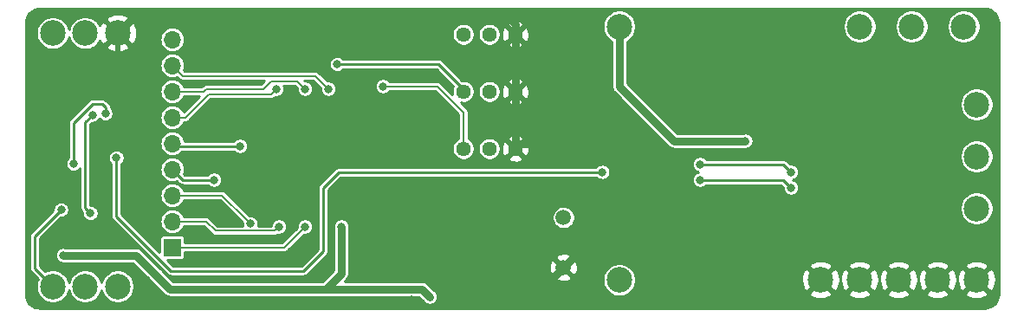
<source format=gbl>
G04 #@! TF.GenerationSoftware,KiCad,Pcbnew,(5.1.2)-1*
G04 #@! TF.CreationDate,2020-06-24T19:39:35+03:00*
G04 #@! TF.ProjectId,vector06c-rgb2tv,76656374-6f72-4303-9663-2d7267623274,rev?*
G04 #@! TF.SameCoordinates,Original*
G04 #@! TF.FileFunction,Copper,L2,Bot*
G04 #@! TF.FilePolarity,Positive*
%FSLAX46Y46*%
G04 Gerber Fmt 4.6, Leading zero omitted, Abs format (unit mm)*
G04 Created by KiCad (PCBNEW (5.1.2)-1) date 2020-06-24 19:39:35*
%MOMM*%
%LPD*%
G04 APERTURE LIST*
%ADD10C,2.500000*%
%ADD11O,1.700000X1.700000*%
%ADD12R,1.700000X1.700000*%
%ADD13C,1.500000*%
%ADD14C,1.440000*%
%ADD15C,0.800000*%
%ADD16C,0.762000*%
%ADD17C,0.203200*%
%ADD18C,0.254000*%
%ADD19C,0.508000*%
G04 APERTURE END LIST*
D10*
X99568000Y-97155000D03*
D11*
X111252000Y-97790000D03*
X111252000Y-100330000D03*
X111252000Y-102870000D03*
X111252000Y-105410000D03*
X111252000Y-107950000D03*
X111252000Y-110490000D03*
X111252000Y-113030000D03*
X111252000Y-115570000D03*
D12*
X111252000Y-118110000D03*
D13*
X149479000Y-120069000D03*
X149479000Y-115189000D03*
D10*
X105918000Y-121920000D03*
X102743000Y-121920000D03*
X102743000Y-97155000D03*
X99568000Y-121920000D03*
X154940000Y-121285000D03*
X189865000Y-104140000D03*
D14*
X139700000Y-97282000D03*
X142240000Y-97282000D03*
X144780000Y-97282000D03*
X139700000Y-102870000D03*
X142240000Y-102870000D03*
X144780000Y-102870000D03*
X139700000Y-108458000D03*
X142240000Y-108458000D03*
X144780000Y-108458000D03*
D10*
X154940000Y-96520000D03*
X105918000Y-97155000D03*
X174625000Y-121285000D03*
X188595000Y-96520000D03*
X183515000Y-96520000D03*
X178435000Y-96520000D03*
X189865000Y-109220000D03*
X189865000Y-114300000D03*
X178435000Y-121285000D03*
X189865000Y-121285000D03*
X182245000Y-121285000D03*
X186055000Y-121285000D03*
D15*
X127762000Y-116078000D03*
X136398000Y-122936000D03*
X167259000Y-107696000D03*
X109601000Y-120777004D03*
X100584000Y-118872016D03*
X124206000Y-116078000D03*
X121666000Y-116078000D03*
X118872000Y-115773189D03*
X115316000Y-111506000D03*
X117856000Y-108204000D03*
X121412000Y-102616000D03*
X124206000Y-102616000D03*
X126492000Y-102616000D03*
X127381000Y-100203000D03*
X131826000Y-102362000D03*
X100393500Y-114427000D03*
X105791000Y-109347000D03*
X153289000Y-110744000D03*
X103441500Y-105156000D03*
X103251000Y-114744500D03*
X101600000Y-109918500D03*
X104711500Y-105029000D03*
X118872000Y-110744000D03*
X114808000Y-105410000D03*
X127635000Y-108839000D03*
X129159000Y-102235000D03*
X139700000Y-121539000D03*
X153416000Y-107950000D03*
X116078000Y-100330000D03*
X114300000Y-98298000D03*
X129032000Y-98044000D03*
X133858000Y-96774000D03*
X140970000Y-98806000D03*
X143510000Y-104394000D03*
X136144000Y-108966000D03*
X131826000Y-116713000D03*
X137414000Y-121666000D03*
X152146000Y-104394000D03*
X151638000Y-99568000D03*
X158496000Y-111506000D03*
X165100000Y-97790000D03*
X175260000Y-96774000D03*
X179832000Y-100076000D03*
X183896000Y-100330000D03*
X167386000Y-112522000D03*
X165862000Y-123190000D03*
X134620000Y-123190000D03*
X108458000Y-122936000D03*
X97536000Y-100584000D03*
X101092000Y-100330000D03*
X99060000Y-109474000D03*
X170973790Y-108441143D03*
X184912000Y-106934000D03*
X188214000Y-112014000D03*
X157734000Y-121666000D03*
X173736000Y-99568000D03*
X162814000Y-109982000D03*
X171704000Y-110744000D03*
X162814000Y-111506000D03*
X171704000Y-112268000D03*
D16*
X127762000Y-116078000D02*
X127762000Y-120650000D01*
X127762000Y-120650000D02*
X126238000Y-122174000D01*
X126238000Y-122174000D02*
X135636000Y-122174000D01*
X135636000Y-122174000D02*
X136398000Y-122936000D01*
X110100999Y-121277003D02*
X109601000Y-120777004D01*
X126238000Y-122174000D02*
X110997996Y-122174000D01*
X110997996Y-122174000D02*
X110100999Y-121277003D01*
X154940000Y-102362000D02*
X154940000Y-96520000D01*
X167259000Y-107696000D02*
X160274000Y-107696000D01*
X160274000Y-107696000D02*
X154940000Y-102362000D01*
X109601000Y-120777004D02*
X107696012Y-118872016D01*
X107696012Y-118872016D02*
X101291106Y-118872016D01*
X101291106Y-118872016D02*
X100584000Y-118872016D01*
D17*
X122174000Y-118110000D02*
X111252000Y-118110000D01*
X124206000Y-116078000D02*
X122174000Y-118110000D01*
X121266001Y-116477999D02*
X115461999Y-116477999D01*
X121666000Y-116078000D02*
X121266001Y-116477999D01*
X114554000Y-115570000D02*
X111252000Y-115570000D01*
X115461999Y-116477999D02*
X114554000Y-115570000D01*
X111252000Y-113030000D02*
X116128811Y-113030000D01*
X116128811Y-113030000D02*
X118472001Y-115373190D01*
X118472001Y-115373190D02*
X118872000Y-115773189D01*
D18*
X112268000Y-111506000D02*
X111252000Y-110490000D01*
X115316000Y-111506000D02*
X112268000Y-111506000D01*
X111506000Y-108204000D02*
X111252000Y-107950000D01*
X117856000Y-108204000D02*
X111506000Y-108204000D01*
D17*
X121412000Y-102616000D02*
X120904000Y-103124000D01*
X120904000Y-103124000D02*
X114808000Y-103124000D01*
X112522000Y-105410000D02*
X111252000Y-105410000D01*
X114808000Y-103124000D02*
X112522000Y-105410000D01*
X124206000Y-102616000D02*
X123444000Y-101854000D01*
X123444000Y-101854000D02*
X120904000Y-101854000D01*
X120904000Y-101854000D02*
X120142000Y-102616000D01*
X120142000Y-102616000D02*
X114554000Y-102616000D01*
X114300000Y-102870000D02*
X111252000Y-102870000D01*
X114554000Y-102616000D02*
X114300000Y-102870000D01*
X112268000Y-101346000D02*
X111252000Y-100330000D01*
X125222000Y-101346000D02*
X112268000Y-101346000D01*
X126492000Y-102616000D02*
X125222000Y-101346000D01*
D18*
X138303000Y-101219000D02*
X139700000Y-102616000D01*
X127381000Y-100203000D02*
X137287000Y-100203000D01*
X137287000Y-100203000D02*
X138303000Y-101219000D01*
D17*
X139700000Y-104902000D02*
X137160000Y-102362000D01*
X137160000Y-102362000D02*
X131826000Y-102362000D01*
X139700000Y-108204000D02*
X139700000Y-104902000D01*
D18*
X97790000Y-120142000D02*
X99568000Y-121920000D01*
X100393500Y-114427000D02*
X97790000Y-117030500D01*
X97790000Y-117030500D02*
X97790000Y-120142000D01*
X152723315Y-110744000D02*
X153289000Y-110744000D01*
X127508000Y-110744000D02*
X152723315Y-110744000D01*
X105791000Y-115062000D02*
X111125000Y-120396000D01*
X105791000Y-109347000D02*
X105791000Y-115062000D01*
X111125000Y-120396000D02*
X124079000Y-120396000D01*
X124079000Y-120396000D02*
X125984000Y-118491000D01*
X125984000Y-118491000D02*
X125984000Y-112268000D01*
X125984000Y-112268000D02*
X127508000Y-110744000D01*
X102743000Y-114236500D02*
X103251000Y-114744500D01*
X103441500Y-105156000D02*
X102743000Y-105854500D01*
X102743000Y-105854500D02*
X102743000Y-114236500D01*
X104711500Y-104394000D02*
X104711500Y-105029000D01*
X104394000Y-104076500D02*
X104711500Y-104394000D01*
X103440302Y-104076500D02*
X104394000Y-104076500D01*
X101600000Y-109918500D02*
X101600000Y-105916802D01*
X101600000Y-105916802D02*
X103440302Y-104076500D01*
D19*
X125984000Y-107188000D02*
X127635000Y-108839000D01*
X116020315Y-107188000D02*
X125984000Y-107188000D01*
X114808000Y-105410000D02*
X114808000Y-105975685D01*
X114808000Y-105975685D02*
X116020315Y-107188000D01*
D16*
X144780000Y-96266000D02*
X144780000Y-97028000D01*
X143764000Y-95250000D02*
X144780000Y-96266000D01*
X105918000Y-97155000D02*
X107823000Y-95250000D01*
X128759001Y-101835001D02*
X127362001Y-101835001D01*
X129159000Y-102235000D02*
X128759001Y-101835001D01*
X123444000Y-97917000D02*
X123444000Y-95250000D01*
X127362001Y-101835001D02*
X123444000Y-97917000D01*
X107823000Y-95250000D02*
X123444000Y-95250000D01*
X123444000Y-95250000D02*
X143764000Y-95250000D01*
X149479000Y-120069000D02*
X147501000Y-122047000D01*
X147501000Y-122047000D02*
X140208000Y-122047000D01*
X140208000Y-122047000D02*
X139700000Y-121539000D01*
X144780000Y-97028000D02*
X144780000Y-102616000D01*
X144780000Y-102616000D02*
X144780000Y-108204000D01*
X145034000Y-107950000D02*
X144780000Y-108204000D01*
X153416000Y-107950000D02*
X145034000Y-107950000D01*
X150228999Y-119319001D02*
X149479000Y-120069000D01*
X154273201Y-115274799D02*
X150228999Y-119319001D01*
X153416000Y-107950000D02*
X154273201Y-108807201D01*
X154273201Y-108807201D02*
X154273201Y-115274799D01*
D19*
X105918000Y-99822000D02*
X105918000Y-97155000D01*
X98933000Y-106807000D02*
X105918000Y-99822000D01*
X99060000Y-109474000D02*
X98933000Y-109347000D01*
X98933000Y-109347000D02*
X98933000Y-106807000D01*
D16*
X173736000Y-105678933D02*
X171373789Y-108041144D01*
X171373789Y-108041144D02*
X170973790Y-108441143D01*
X173736000Y-99568000D02*
X173736000Y-105678933D01*
D18*
X162814000Y-109982000D02*
X170942000Y-109982000D01*
X171304001Y-110344001D02*
X171704000Y-110744000D01*
X170942000Y-109982000D02*
X171304001Y-110344001D01*
X170942000Y-111506000D02*
X171304001Y-111868001D01*
X171304001Y-111868001D02*
X171704000Y-112268000D01*
X162814000Y-111506000D02*
X170942000Y-111506000D01*
G36*
X190893109Y-94795039D02*
G01*
X191149086Y-94872323D01*
X191385176Y-94997854D01*
X191592387Y-95166851D01*
X191762825Y-95372875D01*
X191890002Y-95608083D01*
X191969070Y-95863512D01*
X191999000Y-96148275D01*
X191999001Y-122662136D01*
X191970961Y-122948110D01*
X191893677Y-123204085D01*
X191768144Y-123440178D01*
X191599152Y-123647385D01*
X191393121Y-123817828D01*
X191157917Y-123945002D01*
X190902489Y-124024070D01*
X190617725Y-124054000D01*
X98317854Y-124054000D01*
X98031890Y-124025961D01*
X97775915Y-123948677D01*
X97539822Y-123823144D01*
X97332615Y-123654152D01*
X97162172Y-123448121D01*
X97034998Y-123212917D01*
X96955930Y-122957489D01*
X96926000Y-122672725D01*
X96926000Y-117030500D01*
X97279543Y-117030500D01*
X97282000Y-117055444D01*
X97282001Y-120117046D01*
X97279543Y-120142000D01*
X97282337Y-120170362D01*
X97289352Y-120241585D01*
X97300069Y-120276914D01*
X97318400Y-120337343D01*
X97365571Y-120425595D01*
X97405810Y-120474626D01*
X97429053Y-120502948D01*
X97448430Y-120518850D01*
X98109266Y-121179686D01*
X97999678Y-121444255D01*
X97937000Y-121759360D01*
X97937000Y-122080640D01*
X97999678Y-122395745D01*
X98122626Y-122692568D01*
X98301119Y-122959702D01*
X98528298Y-123186881D01*
X98795432Y-123365374D01*
X99092255Y-123488322D01*
X99407360Y-123551000D01*
X99728640Y-123551000D01*
X100043745Y-123488322D01*
X100340568Y-123365374D01*
X100607702Y-123186881D01*
X100834881Y-122959702D01*
X101013374Y-122692568D01*
X101136322Y-122395745D01*
X101155500Y-122299330D01*
X101174678Y-122395745D01*
X101297626Y-122692568D01*
X101476119Y-122959702D01*
X101703298Y-123186881D01*
X101970432Y-123365374D01*
X102267255Y-123488322D01*
X102582360Y-123551000D01*
X102903640Y-123551000D01*
X103218745Y-123488322D01*
X103515568Y-123365374D01*
X103782702Y-123186881D01*
X104009881Y-122959702D01*
X104188374Y-122692568D01*
X104311322Y-122395745D01*
X104330500Y-122299330D01*
X104349678Y-122395745D01*
X104472626Y-122692568D01*
X104651119Y-122959702D01*
X104878298Y-123186881D01*
X105145432Y-123365374D01*
X105442255Y-123488322D01*
X105757360Y-123551000D01*
X106078640Y-123551000D01*
X106393745Y-123488322D01*
X106690568Y-123365374D01*
X106957702Y-123186881D01*
X107184881Y-122959702D01*
X107363374Y-122692568D01*
X107486322Y-122395745D01*
X107549000Y-122080640D01*
X107549000Y-121759360D01*
X107486322Y-121444255D01*
X107363374Y-121147432D01*
X107184881Y-120880298D01*
X106957702Y-120653119D01*
X106690568Y-120474626D01*
X106393745Y-120351678D01*
X106078640Y-120289000D01*
X105757360Y-120289000D01*
X105442255Y-120351678D01*
X105145432Y-120474626D01*
X104878298Y-120653119D01*
X104651119Y-120880298D01*
X104472626Y-121147432D01*
X104349678Y-121444255D01*
X104330500Y-121540670D01*
X104311322Y-121444255D01*
X104188374Y-121147432D01*
X104009881Y-120880298D01*
X103782702Y-120653119D01*
X103515568Y-120474626D01*
X103218745Y-120351678D01*
X102903640Y-120289000D01*
X102582360Y-120289000D01*
X102267255Y-120351678D01*
X101970432Y-120474626D01*
X101703298Y-120653119D01*
X101476119Y-120880298D01*
X101297626Y-121147432D01*
X101174678Y-121444255D01*
X101155500Y-121540670D01*
X101136322Y-121444255D01*
X101013374Y-121147432D01*
X100834881Y-120880298D01*
X100607702Y-120653119D01*
X100340568Y-120474626D01*
X100043745Y-120351678D01*
X99728640Y-120289000D01*
X99407360Y-120289000D01*
X99092255Y-120351678D01*
X98827686Y-120461266D01*
X98298000Y-119931580D01*
X98298000Y-118795094D01*
X99803000Y-118795094D01*
X99803000Y-118948938D01*
X99833013Y-119099825D01*
X99891887Y-119241958D01*
X99977358Y-119369875D01*
X100086141Y-119478658D01*
X100214058Y-119564129D01*
X100356191Y-119623003D01*
X100507078Y-119653016D01*
X100660922Y-119653016D01*
X100756442Y-119634016D01*
X107380382Y-119634016D01*
X108940251Y-121193886D01*
X108994358Y-121274863D01*
X109103141Y-121383646D01*
X109184121Y-121437755D01*
X110432717Y-122686351D01*
X110456574Y-122715422D01*
X110572604Y-122810645D01*
X110704981Y-122881402D01*
X110848618Y-122924974D01*
X110960570Y-122936000D01*
X110960572Y-122936000D01*
X110997995Y-122939686D01*
X111035418Y-122936000D01*
X126200577Y-122936000D01*
X126238000Y-122939686D01*
X126275423Y-122936000D01*
X135320370Y-122936000D01*
X135737251Y-123352882D01*
X135791358Y-123433859D01*
X135900141Y-123542642D01*
X136028058Y-123628113D01*
X136170191Y-123686987D01*
X136321078Y-123717000D01*
X136474922Y-123717000D01*
X136625809Y-123686987D01*
X136767942Y-123628113D01*
X136895859Y-123542642D01*
X137004642Y-123433859D01*
X137090113Y-123305942D01*
X137148987Y-123163809D01*
X137179000Y-123012922D01*
X137179000Y-122859078D01*
X137148987Y-122708191D01*
X137090113Y-122566058D01*
X137004642Y-122438141D01*
X136895859Y-122329358D01*
X136814882Y-122275251D01*
X136201284Y-121661653D01*
X136177422Y-121632578D01*
X136061392Y-121537355D01*
X135929015Y-121466598D01*
X135785378Y-121423026D01*
X135673426Y-121412000D01*
X135673423Y-121412000D01*
X135636000Y-121408314D01*
X135598577Y-121412000D01*
X128077631Y-121412000D01*
X128274352Y-121215279D01*
X128303422Y-121191422D01*
X128398645Y-121075392D01*
X128425049Y-121025993D01*
X148701612Y-121025993D01*
X148767137Y-121264860D01*
X149014116Y-121380760D01*
X149278960Y-121446250D01*
X149551492Y-121458812D01*
X149821238Y-121417965D01*
X150077832Y-121325277D01*
X150190863Y-121264860D01*
X150229404Y-121124360D01*
X153309000Y-121124360D01*
X153309000Y-121445640D01*
X153371678Y-121760745D01*
X153494626Y-122057568D01*
X153673119Y-122324702D01*
X153900298Y-122551881D01*
X154167432Y-122730374D01*
X154464255Y-122853322D01*
X154779360Y-122916000D01*
X155100640Y-122916000D01*
X155415745Y-122853322D01*
X155712568Y-122730374D01*
X155909774Y-122598605D01*
X173491000Y-122598605D01*
X173616914Y-122888577D01*
X173949126Y-123054433D01*
X174307312Y-123152290D01*
X174677706Y-123178389D01*
X175046075Y-123131725D01*
X175398262Y-123014094D01*
X175633086Y-122888577D01*
X175759000Y-122598605D01*
X177301000Y-122598605D01*
X177426914Y-122888577D01*
X177759126Y-123054433D01*
X178117312Y-123152290D01*
X178487706Y-123178389D01*
X178856075Y-123131725D01*
X179208262Y-123014094D01*
X179443086Y-122888577D01*
X179569000Y-122598605D01*
X181111000Y-122598605D01*
X181236914Y-122888577D01*
X181569126Y-123054433D01*
X181927312Y-123152290D01*
X182297706Y-123178389D01*
X182666075Y-123131725D01*
X183018262Y-123014094D01*
X183253086Y-122888577D01*
X183379000Y-122598605D01*
X184921000Y-122598605D01*
X185046914Y-122888577D01*
X185379126Y-123054433D01*
X185737312Y-123152290D01*
X186107706Y-123178389D01*
X186476075Y-123131725D01*
X186828262Y-123014094D01*
X187063086Y-122888577D01*
X187189000Y-122598605D01*
X188731000Y-122598605D01*
X188856914Y-122888577D01*
X189189126Y-123054433D01*
X189547312Y-123152290D01*
X189917706Y-123178389D01*
X190286075Y-123131725D01*
X190638262Y-123014094D01*
X190873086Y-122888577D01*
X190999000Y-122598605D01*
X189865000Y-121464605D01*
X188731000Y-122598605D01*
X187189000Y-122598605D01*
X186055000Y-121464605D01*
X184921000Y-122598605D01*
X183379000Y-122598605D01*
X182245000Y-121464605D01*
X181111000Y-122598605D01*
X179569000Y-122598605D01*
X178435000Y-121464605D01*
X177301000Y-122598605D01*
X175759000Y-122598605D01*
X174625000Y-121464605D01*
X173491000Y-122598605D01*
X155909774Y-122598605D01*
X155979702Y-122551881D01*
X156206881Y-122324702D01*
X156385374Y-122057568D01*
X156508322Y-121760745D01*
X156571000Y-121445640D01*
X156571000Y-121337706D01*
X172731611Y-121337706D01*
X172778275Y-121706075D01*
X172895906Y-122058262D01*
X173021423Y-122293086D01*
X173311395Y-122419000D01*
X174445395Y-121285000D01*
X174804605Y-121285000D01*
X175938605Y-122419000D01*
X176228577Y-122293086D01*
X176394433Y-121960874D01*
X176492290Y-121602688D01*
X176510961Y-121337706D01*
X176541611Y-121337706D01*
X176588275Y-121706075D01*
X176705906Y-122058262D01*
X176831423Y-122293086D01*
X177121395Y-122419000D01*
X178255395Y-121285000D01*
X178614605Y-121285000D01*
X179748605Y-122419000D01*
X180038577Y-122293086D01*
X180204433Y-121960874D01*
X180302290Y-121602688D01*
X180320961Y-121337706D01*
X180351611Y-121337706D01*
X180398275Y-121706075D01*
X180515906Y-122058262D01*
X180641423Y-122293086D01*
X180931395Y-122419000D01*
X182065395Y-121285000D01*
X182424605Y-121285000D01*
X183558605Y-122419000D01*
X183848577Y-122293086D01*
X184014433Y-121960874D01*
X184112290Y-121602688D01*
X184130961Y-121337706D01*
X184161611Y-121337706D01*
X184208275Y-121706075D01*
X184325906Y-122058262D01*
X184451423Y-122293086D01*
X184741395Y-122419000D01*
X185875395Y-121285000D01*
X186234605Y-121285000D01*
X187368605Y-122419000D01*
X187658577Y-122293086D01*
X187824433Y-121960874D01*
X187922290Y-121602688D01*
X187940961Y-121337706D01*
X187971611Y-121337706D01*
X188018275Y-121706075D01*
X188135906Y-122058262D01*
X188261423Y-122293086D01*
X188551395Y-122419000D01*
X189685395Y-121285000D01*
X190044605Y-121285000D01*
X191178605Y-122419000D01*
X191468577Y-122293086D01*
X191634433Y-121960874D01*
X191732290Y-121602688D01*
X191758389Y-121232294D01*
X191711725Y-120863925D01*
X191594094Y-120511738D01*
X191468577Y-120276914D01*
X191178605Y-120151000D01*
X190044605Y-121285000D01*
X189685395Y-121285000D01*
X188551395Y-120151000D01*
X188261423Y-120276914D01*
X188095567Y-120609126D01*
X187997710Y-120967312D01*
X187971611Y-121337706D01*
X187940961Y-121337706D01*
X187948389Y-121232294D01*
X187901725Y-120863925D01*
X187784094Y-120511738D01*
X187658577Y-120276914D01*
X187368605Y-120151000D01*
X186234605Y-121285000D01*
X185875395Y-121285000D01*
X184741395Y-120151000D01*
X184451423Y-120276914D01*
X184285567Y-120609126D01*
X184187710Y-120967312D01*
X184161611Y-121337706D01*
X184130961Y-121337706D01*
X184138389Y-121232294D01*
X184091725Y-120863925D01*
X183974094Y-120511738D01*
X183848577Y-120276914D01*
X183558605Y-120151000D01*
X182424605Y-121285000D01*
X182065395Y-121285000D01*
X180931395Y-120151000D01*
X180641423Y-120276914D01*
X180475567Y-120609126D01*
X180377710Y-120967312D01*
X180351611Y-121337706D01*
X180320961Y-121337706D01*
X180328389Y-121232294D01*
X180281725Y-120863925D01*
X180164094Y-120511738D01*
X180038577Y-120276914D01*
X179748605Y-120151000D01*
X178614605Y-121285000D01*
X178255395Y-121285000D01*
X177121395Y-120151000D01*
X176831423Y-120276914D01*
X176665567Y-120609126D01*
X176567710Y-120967312D01*
X176541611Y-121337706D01*
X176510961Y-121337706D01*
X176518389Y-121232294D01*
X176471725Y-120863925D01*
X176354094Y-120511738D01*
X176228577Y-120276914D01*
X175938605Y-120151000D01*
X174804605Y-121285000D01*
X174445395Y-121285000D01*
X173311395Y-120151000D01*
X173021423Y-120276914D01*
X172855567Y-120609126D01*
X172757710Y-120967312D01*
X172731611Y-121337706D01*
X156571000Y-121337706D01*
X156571000Y-121124360D01*
X156508322Y-120809255D01*
X156385374Y-120512432D01*
X156206881Y-120245298D01*
X155979702Y-120018119D01*
X155909775Y-119971395D01*
X173491000Y-119971395D01*
X174625000Y-121105395D01*
X175759000Y-119971395D01*
X177301000Y-119971395D01*
X178435000Y-121105395D01*
X179569000Y-119971395D01*
X181111000Y-119971395D01*
X182245000Y-121105395D01*
X183379000Y-119971395D01*
X184921000Y-119971395D01*
X186055000Y-121105395D01*
X187189000Y-119971395D01*
X188731000Y-119971395D01*
X189865000Y-121105395D01*
X190999000Y-119971395D01*
X190873086Y-119681423D01*
X190540874Y-119515567D01*
X190182688Y-119417710D01*
X189812294Y-119391611D01*
X189443925Y-119438275D01*
X189091738Y-119555906D01*
X188856914Y-119681423D01*
X188731000Y-119971395D01*
X187189000Y-119971395D01*
X187063086Y-119681423D01*
X186730874Y-119515567D01*
X186372688Y-119417710D01*
X186002294Y-119391611D01*
X185633925Y-119438275D01*
X185281738Y-119555906D01*
X185046914Y-119681423D01*
X184921000Y-119971395D01*
X183379000Y-119971395D01*
X183253086Y-119681423D01*
X182920874Y-119515567D01*
X182562688Y-119417710D01*
X182192294Y-119391611D01*
X181823925Y-119438275D01*
X181471738Y-119555906D01*
X181236914Y-119681423D01*
X181111000Y-119971395D01*
X179569000Y-119971395D01*
X179443086Y-119681423D01*
X179110874Y-119515567D01*
X178752688Y-119417710D01*
X178382294Y-119391611D01*
X178013925Y-119438275D01*
X177661738Y-119555906D01*
X177426914Y-119681423D01*
X177301000Y-119971395D01*
X175759000Y-119971395D01*
X175633086Y-119681423D01*
X175300874Y-119515567D01*
X174942688Y-119417710D01*
X174572294Y-119391611D01*
X174203925Y-119438275D01*
X173851738Y-119555906D01*
X173616914Y-119681423D01*
X173491000Y-119971395D01*
X155909775Y-119971395D01*
X155712568Y-119839626D01*
X155415745Y-119716678D01*
X155100640Y-119654000D01*
X154779360Y-119654000D01*
X154464255Y-119716678D01*
X154167432Y-119839626D01*
X153900298Y-120018119D01*
X153673119Y-120245298D01*
X153494626Y-120512432D01*
X153371678Y-120809255D01*
X153309000Y-121124360D01*
X150229404Y-121124360D01*
X150256388Y-121025993D01*
X149479000Y-120248605D01*
X148701612Y-121025993D01*
X128425049Y-121025993D01*
X128469402Y-120943015D01*
X128512974Y-120799378D01*
X128524000Y-120687426D01*
X128524000Y-120687424D01*
X128527686Y-120650001D01*
X128524000Y-120612578D01*
X128524000Y-120141492D01*
X148089188Y-120141492D01*
X148130035Y-120411238D01*
X148222723Y-120667832D01*
X148283140Y-120780863D01*
X148522007Y-120846388D01*
X149299395Y-120069000D01*
X149658605Y-120069000D01*
X150435993Y-120846388D01*
X150674860Y-120780863D01*
X150790760Y-120533884D01*
X150856250Y-120269040D01*
X150868812Y-119996508D01*
X150827965Y-119726762D01*
X150735277Y-119470168D01*
X150674860Y-119357137D01*
X150435993Y-119291612D01*
X149658605Y-120069000D01*
X149299395Y-120069000D01*
X148522007Y-119291612D01*
X148283140Y-119357137D01*
X148167240Y-119604116D01*
X148101750Y-119868960D01*
X148089188Y-120141492D01*
X128524000Y-120141492D01*
X128524000Y-119112007D01*
X148701612Y-119112007D01*
X149479000Y-119889395D01*
X150256388Y-119112007D01*
X150190863Y-118873140D01*
X149943884Y-118757240D01*
X149679040Y-118691750D01*
X149406508Y-118679188D01*
X149136762Y-118720035D01*
X148880168Y-118812723D01*
X148767137Y-118873140D01*
X148701612Y-119112007D01*
X128524000Y-119112007D01*
X128524000Y-116250442D01*
X128543000Y-116154922D01*
X128543000Y-116001078D01*
X128512987Y-115850191D01*
X128454113Y-115708058D01*
X128368642Y-115580141D01*
X128259859Y-115471358D01*
X128131942Y-115385887D01*
X127989809Y-115327013D01*
X127838922Y-115297000D01*
X127685078Y-115297000D01*
X127534191Y-115327013D01*
X127392058Y-115385887D01*
X127264141Y-115471358D01*
X127155358Y-115580141D01*
X127069887Y-115708058D01*
X127011013Y-115850191D01*
X126981000Y-116001078D01*
X126981000Y-116154922D01*
X127000000Y-116250443D01*
X127000001Y-120334368D01*
X125922370Y-121412000D01*
X111313627Y-121412000D01*
X110613350Y-120711724D01*
X110261751Y-120360125D01*
X110207642Y-120279145D01*
X110098859Y-120170362D01*
X110017882Y-120116255D01*
X108261296Y-118359670D01*
X108237434Y-118330594D01*
X108121404Y-118235371D01*
X107989027Y-118164614D01*
X107845390Y-118121042D01*
X107733438Y-118110016D01*
X107733435Y-118110016D01*
X107696012Y-118106330D01*
X107658589Y-118110016D01*
X100756442Y-118110016D01*
X100660922Y-118091016D01*
X100507078Y-118091016D01*
X100356191Y-118121029D01*
X100214058Y-118179903D01*
X100086141Y-118265374D01*
X99977358Y-118374157D01*
X99891887Y-118502074D01*
X99833013Y-118644207D01*
X99803000Y-118795094D01*
X98298000Y-118795094D01*
X98298000Y-117240920D01*
X100330921Y-115208000D01*
X100470422Y-115208000D01*
X100621309Y-115177987D01*
X100763442Y-115119113D01*
X100891359Y-115033642D01*
X101000142Y-114924859D01*
X101085613Y-114796942D01*
X101144487Y-114654809D01*
X101174500Y-114503922D01*
X101174500Y-114350078D01*
X101144487Y-114199191D01*
X101085613Y-114057058D01*
X101000142Y-113929141D01*
X100891359Y-113820358D01*
X100763442Y-113734887D01*
X100621309Y-113676013D01*
X100470422Y-113646000D01*
X100316578Y-113646000D01*
X100165691Y-113676013D01*
X100023558Y-113734887D01*
X99895641Y-113820358D01*
X99786858Y-113929141D01*
X99701387Y-114057058D01*
X99642513Y-114199191D01*
X99612500Y-114350078D01*
X99612500Y-114489579D01*
X97448435Y-116653645D01*
X97429052Y-116669552D01*
X97365571Y-116746905D01*
X97318399Y-116835158D01*
X97289351Y-116930916D01*
X97286428Y-116960599D01*
X97279543Y-117030500D01*
X96926000Y-117030500D01*
X96926000Y-109841578D01*
X100819000Y-109841578D01*
X100819000Y-109995422D01*
X100849013Y-110146309D01*
X100907887Y-110288442D01*
X100993358Y-110416359D01*
X101102141Y-110525142D01*
X101230058Y-110610613D01*
X101372191Y-110669487D01*
X101523078Y-110699500D01*
X101676922Y-110699500D01*
X101827809Y-110669487D01*
X101969942Y-110610613D01*
X102097859Y-110525142D01*
X102206642Y-110416359D01*
X102235001Y-110373917D01*
X102235001Y-114211546D01*
X102232543Y-114236500D01*
X102241474Y-114327174D01*
X102242352Y-114336085D01*
X102254023Y-114374558D01*
X102271400Y-114431843D01*
X102318571Y-114520095D01*
X102344380Y-114551543D01*
X102382053Y-114597448D01*
X102401430Y-114613350D01*
X102470000Y-114681920D01*
X102470000Y-114821422D01*
X102500013Y-114972309D01*
X102558887Y-115114442D01*
X102644358Y-115242359D01*
X102753141Y-115351142D01*
X102881058Y-115436613D01*
X103023191Y-115495487D01*
X103174078Y-115525500D01*
X103327922Y-115525500D01*
X103478809Y-115495487D01*
X103620942Y-115436613D01*
X103748859Y-115351142D01*
X103857642Y-115242359D01*
X103943113Y-115114442D01*
X104001987Y-114972309D01*
X104032000Y-114821422D01*
X104032000Y-114667578D01*
X104001987Y-114516691D01*
X103943113Y-114374558D01*
X103857642Y-114246641D01*
X103748859Y-114137858D01*
X103620942Y-114052387D01*
X103478809Y-113993513D01*
X103327922Y-113963500D01*
X103251000Y-113963500D01*
X103251000Y-109270078D01*
X105010000Y-109270078D01*
X105010000Y-109423922D01*
X105040013Y-109574809D01*
X105098887Y-109716942D01*
X105184358Y-109844859D01*
X105283000Y-109943501D01*
X105283001Y-115037046D01*
X105280543Y-115062000D01*
X105283733Y-115094383D01*
X105290352Y-115161585D01*
X105291932Y-115166792D01*
X105319400Y-115257343D01*
X105366571Y-115345595D01*
X105399638Y-115385887D01*
X105430053Y-115422948D01*
X105449430Y-115438850D01*
X110748150Y-120737571D01*
X110764052Y-120756948D01*
X110783429Y-120772850D01*
X110841404Y-120820429D01*
X110899740Y-120851610D01*
X110929657Y-120867601D01*
X111025415Y-120896649D01*
X111100053Y-120904000D01*
X111100055Y-120904000D01*
X111124999Y-120906457D01*
X111149943Y-120904000D01*
X124054056Y-120904000D01*
X124079000Y-120906457D01*
X124103944Y-120904000D01*
X124103947Y-120904000D01*
X124178585Y-120896649D01*
X124274343Y-120867601D01*
X124362595Y-120820429D01*
X124439948Y-120756948D01*
X124455855Y-120737565D01*
X126325565Y-118867855D01*
X126344948Y-118851948D01*
X126408429Y-118774595D01*
X126455601Y-118686343D01*
X126484649Y-118590585D01*
X126492000Y-118515947D01*
X126492000Y-118515944D01*
X126494457Y-118491000D01*
X126492000Y-118466056D01*
X126492000Y-115077606D01*
X148348000Y-115077606D01*
X148348000Y-115300394D01*
X148391464Y-115518900D01*
X148476721Y-115724729D01*
X148600495Y-115909970D01*
X148758030Y-116067505D01*
X148943271Y-116191279D01*
X149149100Y-116276536D01*
X149367606Y-116320000D01*
X149590394Y-116320000D01*
X149808900Y-116276536D01*
X150014729Y-116191279D01*
X150199970Y-116067505D01*
X150357505Y-115909970D01*
X150481279Y-115724729D01*
X150566536Y-115518900D01*
X150610000Y-115300394D01*
X150610000Y-115077606D01*
X150566536Y-114859100D01*
X150481279Y-114653271D01*
X150357505Y-114468030D01*
X150199970Y-114310495D01*
X150014729Y-114186721D01*
X149900390Y-114139360D01*
X188234000Y-114139360D01*
X188234000Y-114460640D01*
X188296678Y-114775745D01*
X188419626Y-115072568D01*
X188598119Y-115339702D01*
X188825298Y-115566881D01*
X189092432Y-115745374D01*
X189389255Y-115868322D01*
X189704360Y-115931000D01*
X190025640Y-115931000D01*
X190340745Y-115868322D01*
X190637568Y-115745374D01*
X190904702Y-115566881D01*
X191131881Y-115339702D01*
X191310374Y-115072568D01*
X191433322Y-114775745D01*
X191496000Y-114460640D01*
X191496000Y-114139360D01*
X191433322Y-113824255D01*
X191310374Y-113527432D01*
X191131881Y-113260298D01*
X190904702Y-113033119D01*
X190637568Y-112854626D01*
X190340745Y-112731678D01*
X190025640Y-112669000D01*
X189704360Y-112669000D01*
X189389255Y-112731678D01*
X189092432Y-112854626D01*
X188825298Y-113033119D01*
X188598119Y-113260298D01*
X188419626Y-113527432D01*
X188296678Y-113824255D01*
X188234000Y-114139360D01*
X149900390Y-114139360D01*
X149808900Y-114101464D01*
X149590394Y-114058000D01*
X149367606Y-114058000D01*
X149149100Y-114101464D01*
X148943271Y-114186721D01*
X148758030Y-114310495D01*
X148600495Y-114468030D01*
X148476721Y-114653271D01*
X148391464Y-114859100D01*
X148348000Y-115077606D01*
X126492000Y-115077606D01*
X126492000Y-112478420D01*
X127718421Y-111252000D01*
X152692499Y-111252000D01*
X152791141Y-111350642D01*
X152919058Y-111436113D01*
X153061191Y-111494987D01*
X153212078Y-111525000D01*
X153365922Y-111525000D01*
X153516809Y-111494987D01*
X153658942Y-111436113D01*
X153786859Y-111350642D01*
X153895642Y-111241859D01*
X153981113Y-111113942D01*
X154039987Y-110971809D01*
X154070000Y-110820922D01*
X154070000Y-110667078D01*
X154039987Y-110516191D01*
X153981113Y-110374058D01*
X153895642Y-110246141D01*
X153786859Y-110137358D01*
X153658942Y-110051887D01*
X153516809Y-109993013D01*
X153365922Y-109963000D01*
X153212078Y-109963000D01*
X153061191Y-109993013D01*
X152919058Y-110051887D01*
X152791141Y-110137358D01*
X152692499Y-110236000D01*
X127532943Y-110236000D01*
X127507999Y-110233543D01*
X127483055Y-110236000D01*
X127483053Y-110236000D01*
X127408415Y-110243351D01*
X127312657Y-110272399D01*
X127312655Y-110272400D01*
X127224404Y-110319571D01*
X127184960Y-110351942D01*
X127147052Y-110383052D01*
X127131150Y-110402429D01*
X125642430Y-111891150D01*
X125623053Y-111907052D01*
X125607151Y-111926429D01*
X125607150Y-111926430D01*
X125559571Y-111984405D01*
X125517378Y-112063344D01*
X125512400Y-112072657D01*
X125487319Y-112155340D01*
X125483352Y-112168416D01*
X125473543Y-112268000D01*
X125476001Y-112292954D01*
X125476000Y-118280580D01*
X123868580Y-119888000D01*
X111335421Y-119888000D01*
X110790264Y-119342843D01*
X112102000Y-119342843D01*
X112176689Y-119335487D01*
X112248508Y-119313701D01*
X112314696Y-119278322D01*
X112372711Y-119230711D01*
X112420322Y-119172696D01*
X112455701Y-119106508D01*
X112477487Y-119034689D01*
X112484843Y-118960000D01*
X112484843Y-118592600D01*
X122150295Y-118592600D01*
X122174000Y-118594935D01*
X122197705Y-118592600D01*
X122197707Y-118592600D01*
X122268606Y-118585617D01*
X122359577Y-118558022D01*
X122443415Y-118513209D01*
X122516901Y-118452901D01*
X122532017Y-118434482D01*
X124111080Y-116855420D01*
X124129078Y-116859000D01*
X124282922Y-116859000D01*
X124433809Y-116828987D01*
X124575942Y-116770113D01*
X124703859Y-116684642D01*
X124812642Y-116575859D01*
X124898113Y-116447942D01*
X124956987Y-116305809D01*
X124987000Y-116154922D01*
X124987000Y-116001078D01*
X124956987Y-115850191D01*
X124898113Y-115708058D01*
X124812642Y-115580141D01*
X124703859Y-115471358D01*
X124575942Y-115385887D01*
X124433809Y-115327013D01*
X124282922Y-115297000D01*
X124129078Y-115297000D01*
X123978191Y-115327013D01*
X123836058Y-115385887D01*
X123708141Y-115471358D01*
X123599358Y-115580141D01*
X123513887Y-115708058D01*
X123455013Y-115850191D01*
X123425000Y-116001078D01*
X123425000Y-116154922D01*
X123428580Y-116172920D01*
X121974101Y-117627400D01*
X112484843Y-117627400D01*
X112484843Y-117260000D01*
X112477487Y-117185311D01*
X112455701Y-117113492D01*
X112420322Y-117047304D01*
X112372711Y-116989289D01*
X112314696Y-116941678D01*
X112248508Y-116906299D01*
X112176689Y-116884513D01*
X112102000Y-116877157D01*
X110402000Y-116877157D01*
X110327311Y-116884513D01*
X110255492Y-116906299D01*
X110189304Y-116941678D01*
X110131289Y-116989289D01*
X110083678Y-117047304D01*
X110048299Y-117113492D01*
X110026513Y-117185311D01*
X110019157Y-117260000D01*
X110019157Y-118571736D01*
X106299000Y-114851580D01*
X106299000Y-113030000D01*
X110015044Y-113030000D01*
X110038812Y-113271318D01*
X110109202Y-113503363D01*
X110223509Y-113717216D01*
X110377340Y-113904660D01*
X110564784Y-114058491D01*
X110778637Y-114172798D01*
X111010682Y-114243188D01*
X111191528Y-114261000D01*
X111312472Y-114261000D01*
X111493318Y-114243188D01*
X111725363Y-114172798D01*
X111939216Y-114058491D01*
X112126660Y-113904660D01*
X112280491Y-113717216D01*
X112389861Y-113512600D01*
X115928912Y-113512600D01*
X118094580Y-115678269D01*
X118091000Y-115696267D01*
X118091000Y-115850111D01*
X118119899Y-115995399D01*
X115661898Y-115995399D01*
X114912017Y-115245518D01*
X114896901Y-115227099D01*
X114823415Y-115166791D01*
X114739577Y-115121978D01*
X114648606Y-115094383D01*
X114577707Y-115087400D01*
X114577705Y-115087400D01*
X114554000Y-115085065D01*
X114530295Y-115087400D01*
X112389861Y-115087400D01*
X112280491Y-114882784D01*
X112126660Y-114695340D01*
X111939216Y-114541509D01*
X111725363Y-114427202D01*
X111493318Y-114356812D01*
X111312472Y-114339000D01*
X111191528Y-114339000D01*
X111010682Y-114356812D01*
X110778637Y-114427202D01*
X110564784Y-114541509D01*
X110377340Y-114695340D01*
X110223509Y-114882784D01*
X110109202Y-115096637D01*
X110038812Y-115328682D01*
X110015044Y-115570000D01*
X110038812Y-115811318D01*
X110109202Y-116043363D01*
X110223509Y-116257216D01*
X110377340Y-116444660D01*
X110564784Y-116598491D01*
X110778637Y-116712798D01*
X111010682Y-116783188D01*
X111191528Y-116801000D01*
X111312472Y-116801000D01*
X111493318Y-116783188D01*
X111725363Y-116712798D01*
X111939216Y-116598491D01*
X112126660Y-116444660D01*
X112280491Y-116257216D01*
X112389861Y-116052600D01*
X114354101Y-116052600D01*
X115103982Y-116802481D01*
X115119098Y-116820900D01*
X115192584Y-116881208D01*
X115276422Y-116926021D01*
X115367392Y-116953616D01*
X115461999Y-116962934D01*
X115485706Y-116960599D01*
X121242296Y-116960599D01*
X121266001Y-116962934D01*
X121289706Y-116960599D01*
X121289708Y-116960599D01*
X121360607Y-116953616D01*
X121451578Y-116926021D01*
X121535416Y-116881208D01*
X121567666Y-116854741D01*
X121589078Y-116859000D01*
X121742922Y-116859000D01*
X121893809Y-116828987D01*
X122035942Y-116770113D01*
X122163859Y-116684642D01*
X122272642Y-116575859D01*
X122358113Y-116447942D01*
X122416987Y-116305809D01*
X122447000Y-116154922D01*
X122447000Y-116001078D01*
X122416987Y-115850191D01*
X122358113Y-115708058D01*
X122272642Y-115580141D01*
X122163859Y-115471358D01*
X122035942Y-115385887D01*
X121893809Y-115327013D01*
X121742922Y-115297000D01*
X121589078Y-115297000D01*
X121438191Y-115327013D01*
X121296058Y-115385887D01*
X121168141Y-115471358D01*
X121059358Y-115580141D01*
X120973887Y-115708058D01*
X120915013Y-115850191D01*
X120886130Y-115995399D01*
X119624101Y-115995399D01*
X119653000Y-115850111D01*
X119653000Y-115696267D01*
X119622987Y-115545380D01*
X119564113Y-115403247D01*
X119478642Y-115275330D01*
X119369859Y-115166547D01*
X119241942Y-115081076D01*
X119099809Y-115022202D01*
X118948922Y-114992189D01*
X118795078Y-114992189D01*
X118777080Y-114995769D01*
X116486828Y-112705518D01*
X116471712Y-112687099D01*
X116398226Y-112626791D01*
X116314388Y-112581978D01*
X116223417Y-112554383D01*
X116152518Y-112547400D01*
X116152516Y-112547400D01*
X116128811Y-112545065D01*
X116105106Y-112547400D01*
X112389861Y-112547400D01*
X112280491Y-112342784D01*
X112126660Y-112155340D01*
X111939216Y-112001509D01*
X111725363Y-111887202D01*
X111493318Y-111816812D01*
X111312472Y-111799000D01*
X111191528Y-111799000D01*
X111010682Y-111816812D01*
X110778637Y-111887202D01*
X110564784Y-112001509D01*
X110377340Y-112155340D01*
X110223509Y-112342784D01*
X110109202Y-112556637D01*
X110038812Y-112788682D01*
X110015044Y-113030000D01*
X106299000Y-113030000D01*
X106299000Y-110490000D01*
X110015044Y-110490000D01*
X110038812Y-110731318D01*
X110109202Y-110963363D01*
X110223509Y-111177216D01*
X110377340Y-111364660D01*
X110564784Y-111518491D01*
X110778637Y-111632798D01*
X111010682Y-111703188D01*
X111191528Y-111721000D01*
X111312472Y-111721000D01*
X111493318Y-111703188D01*
X111687778Y-111644199D01*
X111891149Y-111847570D01*
X111907052Y-111866948D01*
X111926429Y-111882850D01*
X111984404Y-111930429D01*
X112031576Y-111955643D01*
X112072657Y-111977601D01*
X112168415Y-112006649D01*
X112243053Y-112014000D01*
X112243056Y-112014000D01*
X112268000Y-112016457D01*
X112292944Y-112014000D01*
X114719499Y-112014000D01*
X114818141Y-112112642D01*
X114946058Y-112198113D01*
X115088191Y-112256987D01*
X115239078Y-112287000D01*
X115392922Y-112287000D01*
X115543809Y-112256987D01*
X115685942Y-112198113D01*
X115813859Y-112112642D01*
X115922642Y-112003859D01*
X116008113Y-111875942D01*
X116066987Y-111733809D01*
X116097000Y-111582922D01*
X116097000Y-111429078D01*
X116066987Y-111278191D01*
X116008113Y-111136058D01*
X115922642Y-111008141D01*
X115813859Y-110899358D01*
X115685942Y-110813887D01*
X115543809Y-110755013D01*
X115392922Y-110725000D01*
X115239078Y-110725000D01*
X115088191Y-110755013D01*
X114946058Y-110813887D01*
X114818141Y-110899358D01*
X114719499Y-110998000D01*
X112478421Y-110998000D01*
X112406199Y-110925778D01*
X112465188Y-110731318D01*
X112488956Y-110490000D01*
X112465188Y-110248682D01*
X112394798Y-110016637D01*
X112335169Y-109905078D01*
X162033000Y-109905078D01*
X162033000Y-110058922D01*
X162063013Y-110209809D01*
X162121887Y-110351942D01*
X162207358Y-110479859D01*
X162316141Y-110588642D01*
X162444058Y-110674113D01*
X162586191Y-110732987D01*
X162641558Y-110744000D01*
X162586191Y-110755013D01*
X162444058Y-110813887D01*
X162316141Y-110899358D01*
X162207358Y-111008141D01*
X162121887Y-111136058D01*
X162063013Y-111278191D01*
X162033000Y-111429078D01*
X162033000Y-111582922D01*
X162063013Y-111733809D01*
X162121887Y-111875942D01*
X162207358Y-112003859D01*
X162316141Y-112112642D01*
X162444058Y-112198113D01*
X162586191Y-112256987D01*
X162737078Y-112287000D01*
X162890922Y-112287000D01*
X163041809Y-112256987D01*
X163183942Y-112198113D01*
X163311859Y-112112642D01*
X163410501Y-112014000D01*
X170731580Y-112014000D01*
X170923000Y-112205420D01*
X170923000Y-112344922D01*
X170953013Y-112495809D01*
X171011887Y-112637942D01*
X171097358Y-112765859D01*
X171206141Y-112874642D01*
X171334058Y-112960113D01*
X171476191Y-113018987D01*
X171627078Y-113049000D01*
X171780922Y-113049000D01*
X171931809Y-113018987D01*
X172073942Y-112960113D01*
X172201859Y-112874642D01*
X172310642Y-112765859D01*
X172396113Y-112637942D01*
X172454987Y-112495809D01*
X172485000Y-112344922D01*
X172485000Y-112191078D01*
X172454987Y-112040191D01*
X172396113Y-111898058D01*
X172310642Y-111770141D01*
X172201859Y-111661358D01*
X172073942Y-111575887D01*
X171931809Y-111517013D01*
X171876442Y-111506000D01*
X171931809Y-111494987D01*
X172073942Y-111436113D01*
X172201859Y-111350642D01*
X172310642Y-111241859D01*
X172396113Y-111113942D01*
X172454987Y-110971809D01*
X172485000Y-110820922D01*
X172485000Y-110667078D01*
X172454987Y-110516191D01*
X172396113Y-110374058D01*
X172310642Y-110246141D01*
X172201859Y-110137358D01*
X172073942Y-110051887D01*
X171931809Y-109993013D01*
X171780922Y-109963000D01*
X171641420Y-109963000D01*
X171318855Y-109640435D01*
X171302948Y-109621052D01*
X171225595Y-109557571D01*
X171137343Y-109510399D01*
X171041585Y-109481351D01*
X170966947Y-109474000D01*
X170966944Y-109474000D01*
X170942000Y-109471543D01*
X170917056Y-109474000D01*
X163410501Y-109474000D01*
X163311859Y-109375358D01*
X163183942Y-109289887D01*
X163041809Y-109231013D01*
X162890922Y-109201000D01*
X162737078Y-109201000D01*
X162586191Y-109231013D01*
X162444058Y-109289887D01*
X162316141Y-109375358D01*
X162207358Y-109484141D01*
X162121887Y-109612058D01*
X162063013Y-109754191D01*
X162033000Y-109905078D01*
X112335169Y-109905078D01*
X112280491Y-109802784D01*
X112126660Y-109615340D01*
X111939216Y-109461509D01*
X111725363Y-109347202D01*
X111493318Y-109276812D01*
X111312472Y-109259000D01*
X111191528Y-109259000D01*
X111010682Y-109276812D01*
X110778637Y-109347202D01*
X110564784Y-109461509D01*
X110377340Y-109615340D01*
X110223509Y-109802784D01*
X110109202Y-110016637D01*
X110038812Y-110248682D01*
X110015044Y-110490000D01*
X106299000Y-110490000D01*
X106299000Y-109943501D01*
X106397642Y-109844859D01*
X106483113Y-109716942D01*
X106541987Y-109574809D01*
X106572000Y-109423922D01*
X106572000Y-109270078D01*
X106541987Y-109119191D01*
X106483113Y-108977058D01*
X106397642Y-108849141D01*
X106288859Y-108740358D01*
X106160942Y-108654887D01*
X106018809Y-108596013D01*
X105867922Y-108566000D01*
X105714078Y-108566000D01*
X105563191Y-108596013D01*
X105421058Y-108654887D01*
X105293141Y-108740358D01*
X105184358Y-108849141D01*
X105098887Y-108977058D01*
X105040013Y-109119191D01*
X105010000Y-109270078D01*
X103251000Y-109270078D01*
X103251000Y-107950000D01*
X110015044Y-107950000D01*
X110038812Y-108191318D01*
X110109202Y-108423363D01*
X110223509Y-108637216D01*
X110377340Y-108824660D01*
X110564784Y-108978491D01*
X110778637Y-109092798D01*
X111010682Y-109163188D01*
X111191528Y-109181000D01*
X111312472Y-109181000D01*
X111493318Y-109163188D01*
X111725363Y-109092798D01*
X111939216Y-108978491D01*
X112126660Y-108824660D01*
X112219117Y-108712000D01*
X117259499Y-108712000D01*
X117358141Y-108810642D01*
X117486058Y-108896113D01*
X117628191Y-108954987D01*
X117779078Y-108985000D01*
X117932922Y-108985000D01*
X118083809Y-108954987D01*
X118225942Y-108896113D01*
X118353859Y-108810642D01*
X118462642Y-108701859D01*
X118548113Y-108573942D01*
X118606987Y-108431809D01*
X118637000Y-108280922D01*
X118637000Y-108127078D01*
X118606987Y-107976191D01*
X118548113Y-107834058D01*
X118462642Y-107706141D01*
X118353859Y-107597358D01*
X118225942Y-107511887D01*
X118083809Y-107453013D01*
X117932922Y-107423000D01*
X117779078Y-107423000D01*
X117628191Y-107453013D01*
X117486058Y-107511887D01*
X117358141Y-107597358D01*
X117259499Y-107696000D01*
X112461341Y-107696000D01*
X112394798Y-107476637D01*
X112280491Y-107262784D01*
X112126660Y-107075340D01*
X111939216Y-106921509D01*
X111725363Y-106807202D01*
X111493318Y-106736812D01*
X111312472Y-106719000D01*
X111191528Y-106719000D01*
X111010682Y-106736812D01*
X110778637Y-106807202D01*
X110564784Y-106921509D01*
X110377340Y-107075340D01*
X110223509Y-107262784D01*
X110109202Y-107476637D01*
X110038812Y-107708682D01*
X110015044Y-107950000D01*
X103251000Y-107950000D01*
X103251000Y-106064920D01*
X103378920Y-105937000D01*
X103518422Y-105937000D01*
X103669309Y-105906987D01*
X103811442Y-105848113D01*
X103939359Y-105762642D01*
X104048142Y-105653859D01*
X104121728Y-105543729D01*
X104213641Y-105635642D01*
X104341558Y-105721113D01*
X104483691Y-105779987D01*
X104634578Y-105810000D01*
X104788422Y-105810000D01*
X104939309Y-105779987D01*
X105081442Y-105721113D01*
X105209359Y-105635642D01*
X105318142Y-105526859D01*
X105403613Y-105398942D01*
X105462487Y-105256809D01*
X105492500Y-105105922D01*
X105492500Y-104952078D01*
X105462487Y-104801191D01*
X105403613Y-104659058D01*
X105318142Y-104531141D01*
X105219500Y-104432499D01*
X105219500Y-104418944D01*
X105221957Y-104394000D01*
X105219500Y-104369053D01*
X105212149Y-104294415D01*
X105183101Y-104198657D01*
X105135929Y-104110405D01*
X105072448Y-104033052D01*
X105053060Y-104017141D01*
X104770855Y-103734935D01*
X104754948Y-103715552D01*
X104677595Y-103652071D01*
X104589343Y-103604899D01*
X104493585Y-103575851D01*
X104418947Y-103568500D01*
X104418944Y-103568500D01*
X104394000Y-103566043D01*
X104369056Y-103568500D01*
X103465245Y-103568500D01*
X103440301Y-103566043D01*
X103415357Y-103568500D01*
X103415355Y-103568500D01*
X103340717Y-103575851D01*
X103244959Y-103604899D01*
X103205566Y-103625955D01*
X103156706Y-103652071D01*
X103102112Y-103696876D01*
X103079354Y-103715552D01*
X103063452Y-103734929D01*
X101258430Y-105539952D01*
X101239053Y-105555854D01*
X101223151Y-105575231D01*
X101223150Y-105575232D01*
X101175571Y-105633207D01*
X101150873Y-105679415D01*
X101128400Y-105721459D01*
X101101542Y-105810000D01*
X101099352Y-105817218D01*
X101089543Y-105916802D01*
X101092001Y-105941756D01*
X101092000Y-109321999D01*
X100993358Y-109420641D01*
X100907887Y-109548558D01*
X100849013Y-109690691D01*
X100819000Y-109841578D01*
X96926000Y-109841578D01*
X96926000Y-100330000D01*
X110015044Y-100330000D01*
X110038812Y-100571318D01*
X110109202Y-100803363D01*
X110223509Y-101017216D01*
X110377340Y-101204660D01*
X110564784Y-101358491D01*
X110778637Y-101472798D01*
X111010682Y-101543188D01*
X111191528Y-101561000D01*
X111312472Y-101561000D01*
X111493318Y-101543188D01*
X111715339Y-101475839D01*
X111909986Y-101670486D01*
X111925099Y-101688901D01*
X111998585Y-101749209D01*
X112017640Y-101759394D01*
X112082423Y-101794022D01*
X112173393Y-101821617D01*
X112268000Y-101830935D01*
X112291707Y-101828600D01*
X120246900Y-101828600D01*
X119942101Y-102133400D01*
X114577704Y-102133400D01*
X114553999Y-102131065D01*
X114530294Y-102133400D01*
X114530293Y-102133400D01*
X114459394Y-102140383D01*
X114368423Y-102167978D01*
X114284585Y-102212791D01*
X114211099Y-102273099D01*
X114195979Y-102291523D01*
X114100102Y-102387400D01*
X112389861Y-102387400D01*
X112280491Y-102182784D01*
X112126660Y-101995340D01*
X111939216Y-101841509D01*
X111725363Y-101727202D01*
X111493318Y-101656812D01*
X111312472Y-101639000D01*
X111191528Y-101639000D01*
X111010682Y-101656812D01*
X110778637Y-101727202D01*
X110564784Y-101841509D01*
X110377340Y-101995340D01*
X110223509Y-102182784D01*
X110109202Y-102396637D01*
X110038812Y-102628682D01*
X110015044Y-102870000D01*
X110038812Y-103111318D01*
X110109202Y-103343363D01*
X110223509Y-103557216D01*
X110377340Y-103744660D01*
X110564784Y-103898491D01*
X110778637Y-104012798D01*
X111010682Y-104083188D01*
X111191528Y-104101000D01*
X111312472Y-104101000D01*
X111493318Y-104083188D01*
X111725363Y-104012798D01*
X111939216Y-103898491D01*
X112126660Y-103744660D01*
X112280491Y-103557216D01*
X112389861Y-103352600D01*
X113896901Y-103352600D01*
X112366258Y-104883243D01*
X112280491Y-104722784D01*
X112126660Y-104535340D01*
X111939216Y-104381509D01*
X111725363Y-104267202D01*
X111493318Y-104196812D01*
X111312472Y-104179000D01*
X111191528Y-104179000D01*
X111010682Y-104196812D01*
X110778637Y-104267202D01*
X110564784Y-104381509D01*
X110377340Y-104535340D01*
X110223509Y-104722784D01*
X110109202Y-104936637D01*
X110038812Y-105168682D01*
X110015044Y-105410000D01*
X110038812Y-105651318D01*
X110109202Y-105883363D01*
X110223509Y-106097216D01*
X110377340Y-106284660D01*
X110564784Y-106438491D01*
X110778637Y-106552798D01*
X111010682Y-106623188D01*
X111191528Y-106641000D01*
X111312472Y-106641000D01*
X111493318Y-106623188D01*
X111725363Y-106552798D01*
X111939216Y-106438491D01*
X112126660Y-106284660D01*
X112280491Y-106097216D01*
X112389861Y-105892600D01*
X112498295Y-105892600D01*
X112522000Y-105894935D01*
X112545705Y-105892600D01*
X112545707Y-105892600D01*
X112616606Y-105885617D01*
X112707577Y-105858022D01*
X112791415Y-105813209D01*
X112864901Y-105752901D01*
X112880017Y-105734482D01*
X115007899Y-103606600D01*
X120880295Y-103606600D01*
X120904000Y-103608935D01*
X120927705Y-103606600D01*
X120927707Y-103606600D01*
X120998606Y-103599617D01*
X121089577Y-103572022D01*
X121173415Y-103527209D01*
X121246901Y-103466901D01*
X121262017Y-103448482D01*
X121317079Y-103393420D01*
X121335078Y-103397000D01*
X121488922Y-103397000D01*
X121639809Y-103366987D01*
X121781942Y-103308113D01*
X121909859Y-103222642D01*
X122018642Y-103113859D01*
X122104113Y-102985942D01*
X122162987Y-102843809D01*
X122193000Y-102692922D01*
X122193000Y-102539078D01*
X122162987Y-102388191D01*
X122141617Y-102336600D01*
X123244101Y-102336600D01*
X123428580Y-102521080D01*
X123425000Y-102539078D01*
X123425000Y-102692922D01*
X123455013Y-102843809D01*
X123513887Y-102985942D01*
X123599358Y-103113859D01*
X123708141Y-103222642D01*
X123836058Y-103308113D01*
X123978191Y-103366987D01*
X124129078Y-103397000D01*
X124282922Y-103397000D01*
X124433809Y-103366987D01*
X124575942Y-103308113D01*
X124703859Y-103222642D01*
X124812642Y-103113859D01*
X124898113Y-102985942D01*
X124956987Y-102843809D01*
X124987000Y-102692922D01*
X124987000Y-102539078D01*
X124956987Y-102388191D01*
X124898113Y-102246058D01*
X124812642Y-102118141D01*
X124703859Y-102009358D01*
X124575942Y-101923887D01*
X124433809Y-101865013D01*
X124282922Y-101835000D01*
X124129078Y-101835000D01*
X124111080Y-101838580D01*
X124101099Y-101828600D01*
X125022101Y-101828600D01*
X125714580Y-102521079D01*
X125711000Y-102539078D01*
X125711000Y-102692922D01*
X125741013Y-102843809D01*
X125799887Y-102985942D01*
X125885358Y-103113859D01*
X125994141Y-103222642D01*
X126122058Y-103308113D01*
X126264191Y-103366987D01*
X126415078Y-103397000D01*
X126568922Y-103397000D01*
X126719809Y-103366987D01*
X126861942Y-103308113D01*
X126989859Y-103222642D01*
X127098642Y-103113859D01*
X127184113Y-102985942D01*
X127242987Y-102843809D01*
X127273000Y-102692922D01*
X127273000Y-102539078D01*
X127242987Y-102388191D01*
X127184113Y-102246058D01*
X127098642Y-102118141D01*
X126989859Y-102009358D01*
X126861942Y-101923887D01*
X126719809Y-101865013D01*
X126568922Y-101835000D01*
X126415078Y-101835000D01*
X126397079Y-101838580D01*
X125580017Y-101021518D01*
X125564901Y-101003099D01*
X125491415Y-100942791D01*
X125407577Y-100897978D01*
X125316606Y-100870383D01*
X125245707Y-100863400D01*
X125245705Y-100863400D01*
X125222000Y-100861065D01*
X125198295Y-100863400D01*
X112467900Y-100863400D01*
X112397839Y-100793339D01*
X112465188Y-100571318D01*
X112488956Y-100330000D01*
X112468872Y-100126078D01*
X126600000Y-100126078D01*
X126600000Y-100279922D01*
X126630013Y-100430809D01*
X126688887Y-100572942D01*
X126774358Y-100700859D01*
X126883141Y-100809642D01*
X127011058Y-100895113D01*
X127153191Y-100953987D01*
X127304078Y-100984000D01*
X127457922Y-100984000D01*
X127608809Y-100953987D01*
X127750942Y-100895113D01*
X127878859Y-100809642D01*
X127977501Y-100711000D01*
X137076580Y-100711000D01*
X137961429Y-101595850D01*
X137961434Y-101595854D01*
X138721306Y-102355726D01*
X138641311Y-102548850D01*
X138599000Y-102761561D01*
X138599000Y-102978439D01*
X138633778Y-103153279D01*
X137518017Y-102037518D01*
X137502901Y-102019099D01*
X137429415Y-101958791D01*
X137345577Y-101913978D01*
X137254606Y-101886383D01*
X137183707Y-101879400D01*
X137183705Y-101879400D01*
X137160000Y-101877065D01*
X137136295Y-101879400D01*
X132442838Y-101879400D01*
X132432642Y-101864141D01*
X132323859Y-101755358D01*
X132195942Y-101669887D01*
X132053809Y-101611013D01*
X131902922Y-101581000D01*
X131749078Y-101581000D01*
X131598191Y-101611013D01*
X131456058Y-101669887D01*
X131328141Y-101755358D01*
X131219358Y-101864141D01*
X131133887Y-101992058D01*
X131075013Y-102134191D01*
X131045000Y-102285078D01*
X131045000Y-102438922D01*
X131075013Y-102589809D01*
X131133887Y-102731942D01*
X131219358Y-102859859D01*
X131328141Y-102968642D01*
X131456058Y-103054113D01*
X131598191Y-103112987D01*
X131749078Y-103143000D01*
X131902922Y-103143000D01*
X132053809Y-103112987D01*
X132195942Y-103054113D01*
X132323859Y-102968642D01*
X132432642Y-102859859D01*
X132442838Y-102844600D01*
X136960101Y-102844600D01*
X139217401Y-105101900D01*
X139217400Y-107466186D01*
X139178481Y-107482307D01*
X138998154Y-107602798D01*
X138844798Y-107756154D01*
X138724307Y-107936481D01*
X138641311Y-108136850D01*
X138599000Y-108349561D01*
X138599000Y-108566439D01*
X138641311Y-108779150D01*
X138724307Y-108979519D01*
X138844798Y-109159846D01*
X138998154Y-109313202D01*
X139178481Y-109433693D01*
X139378850Y-109516689D01*
X139591561Y-109559000D01*
X139808439Y-109559000D01*
X140021150Y-109516689D01*
X140221519Y-109433693D01*
X140401846Y-109313202D01*
X140555202Y-109159846D01*
X140675693Y-108979519D01*
X140758689Y-108779150D01*
X140801000Y-108566439D01*
X140801000Y-108349561D01*
X141139000Y-108349561D01*
X141139000Y-108566439D01*
X141181311Y-108779150D01*
X141264307Y-108979519D01*
X141384798Y-109159846D01*
X141538154Y-109313202D01*
X141718481Y-109433693D01*
X141918850Y-109516689D01*
X142131561Y-109559000D01*
X142348439Y-109559000D01*
X142561150Y-109516689D01*
X142761519Y-109433693D01*
X142821582Y-109393560D01*
X144024045Y-109393560D01*
X144085932Y-109629368D01*
X144327790Y-109742266D01*
X144587027Y-109805811D01*
X144853680Y-109817561D01*
X145117501Y-109777063D01*
X145368353Y-109685875D01*
X145474068Y-109629368D01*
X145535955Y-109393560D01*
X144780000Y-108637605D01*
X144024045Y-109393560D01*
X142821582Y-109393560D01*
X142941846Y-109313202D01*
X143095202Y-109159846D01*
X143215693Y-108979519D01*
X143298689Y-108779150D01*
X143341000Y-108566439D01*
X143341000Y-108531680D01*
X143420439Y-108531680D01*
X143460937Y-108795501D01*
X143552125Y-109046353D01*
X143608632Y-109152068D01*
X143844440Y-109213955D01*
X144600395Y-108458000D01*
X144959605Y-108458000D01*
X145715560Y-109213955D01*
X145951368Y-109152068D01*
X145994643Y-109059360D01*
X188234000Y-109059360D01*
X188234000Y-109380640D01*
X188296678Y-109695745D01*
X188419626Y-109992568D01*
X188598119Y-110259702D01*
X188825298Y-110486881D01*
X189092432Y-110665374D01*
X189389255Y-110788322D01*
X189704360Y-110851000D01*
X190025640Y-110851000D01*
X190340745Y-110788322D01*
X190637568Y-110665374D01*
X190904702Y-110486881D01*
X191131881Y-110259702D01*
X191310374Y-109992568D01*
X191433322Y-109695745D01*
X191496000Y-109380640D01*
X191496000Y-109059360D01*
X191433322Y-108744255D01*
X191310374Y-108447432D01*
X191131881Y-108180298D01*
X190904702Y-107953119D01*
X190637568Y-107774626D01*
X190340745Y-107651678D01*
X190025640Y-107589000D01*
X189704360Y-107589000D01*
X189389255Y-107651678D01*
X189092432Y-107774626D01*
X188825298Y-107953119D01*
X188598119Y-108180298D01*
X188419626Y-108447432D01*
X188296678Y-108744255D01*
X188234000Y-109059360D01*
X145994643Y-109059360D01*
X146064266Y-108910210D01*
X146127811Y-108650973D01*
X146139561Y-108384320D01*
X146099063Y-108120499D01*
X146007875Y-107869647D01*
X145951368Y-107763932D01*
X145715560Y-107702045D01*
X144959605Y-108458000D01*
X144600395Y-108458000D01*
X143844440Y-107702045D01*
X143608632Y-107763932D01*
X143495734Y-108005790D01*
X143432189Y-108265027D01*
X143420439Y-108531680D01*
X143341000Y-108531680D01*
X143341000Y-108349561D01*
X143298689Y-108136850D01*
X143215693Y-107936481D01*
X143095202Y-107756154D01*
X142941846Y-107602798D01*
X142821583Y-107522440D01*
X144024045Y-107522440D01*
X144780000Y-108278395D01*
X145535955Y-107522440D01*
X145474068Y-107286632D01*
X145232210Y-107173734D01*
X144972973Y-107110189D01*
X144706320Y-107098439D01*
X144442499Y-107138937D01*
X144191647Y-107230125D01*
X144085932Y-107286632D01*
X144024045Y-107522440D01*
X142821583Y-107522440D01*
X142761519Y-107482307D01*
X142561150Y-107399311D01*
X142348439Y-107357000D01*
X142131561Y-107357000D01*
X141918850Y-107399311D01*
X141718481Y-107482307D01*
X141538154Y-107602798D01*
X141384798Y-107756154D01*
X141264307Y-107936481D01*
X141181311Y-108136850D01*
X141139000Y-108349561D01*
X140801000Y-108349561D01*
X140758689Y-108136850D01*
X140675693Y-107936481D01*
X140555202Y-107756154D01*
X140401846Y-107602798D01*
X140221519Y-107482307D01*
X140182600Y-107466186D01*
X140182600Y-104925696D01*
X140184934Y-104901999D01*
X140182600Y-104878302D01*
X140182600Y-104878293D01*
X140175617Y-104807394D01*
X140148022Y-104716423D01*
X140103209Y-104632585D01*
X140042901Y-104559099D01*
X140024482Y-104543983D01*
X139416721Y-103936222D01*
X139591561Y-103971000D01*
X139808439Y-103971000D01*
X140021150Y-103928689D01*
X140221519Y-103845693D01*
X140401846Y-103725202D01*
X140555202Y-103571846D01*
X140675693Y-103391519D01*
X140758689Y-103191150D01*
X140801000Y-102978439D01*
X140801000Y-102761561D01*
X141139000Y-102761561D01*
X141139000Y-102978439D01*
X141181311Y-103191150D01*
X141264307Y-103391519D01*
X141384798Y-103571846D01*
X141538154Y-103725202D01*
X141718481Y-103845693D01*
X141918850Y-103928689D01*
X142131561Y-103971000D01*
X142348439Y-103971000D01*
X142561150Y-103928689D01*
X142761519Y-103845693D01*
X142821582Y-103805560D01*
X144024045Y-103805560D01*
X144085932Y-104041368D01*
X144327790Y-104154266D01*
X144587027Y-104217811D01*
X144853680Y-104229561D01*
X145117501Y-104189063D01*
X145368353Y-104097875D01*
X145474068Y-104041368D01*
X145535955Y-103805560D01*
X144780000Y-103049605D01*
X144024045Y-103805560D01*
X142821582Y-103805560D01*
X142941846Y-103725202D01*
X143095202Y-103571846D01*
X143215693Y-103391519D01*
X143298689Y-103191150D01*
X143341000Y-102978439D01*
X143341000Y-102943680D01*
X143420439Y-102943680D01*
X143460937Y-103207501D01*
X143552125Y-103458353D01*
X143608632Y-103564068D01*
X143844440Y-103625955D01*
X144600395Y-102870000D01*
X144959605Y-102870000D01*
X145715560Y-103625955D01*
X145951368Y-103564068D01*
X146064266Y-103322210D01*
X146127811Y-103062973D01*
X146139561Y-102796320D01*
X146099063Y-102532499D01*
X146007875Y-102281647D01*
X145951368Y-102175932D01*
X145715560Y-102114045D01*
X144959605Y-102870000D01*
X144600395Y-102870000D01*
X143844440Y-102114045D01*
X143608632Y-102175932D01*
X143495734Y-102417790D01*
X143432189Y-102677027D01*
X143420439Y-102943680D01*
X143341000Y-102943680D01*
X143341000Y-102761561D01*
X143298689Y-102548850D01*
X143215693Y-102348481D01*
X143095202Y-102168154D01*
X142941846Y-102014798D01*
X142821583Y-101934440D01*
X144024045Y-101934440D01*
X144780000Y-102690395D01*
X145535955Y-101934440D01*
X145474068Y-101698632D01*
X145232210Y-101585734D01*
X144972973Y-101522189D01*
X144706320Y-101510439D01*
X144442499Y-101550937D01*
X144191647Y-101642125D01*
X144085932Y-101698632D01*
X144024045Y-101934440D01*
X142821583Y-101934440D01*
X142761519Y-101894307D01*
X142561150Y-101811311D01*
X142348439Y-101769000D01*
X142131561Y-101769000D01*
X141918850Y-101811311D01*
X141718481Y-101894307D01*
X141538154Y-102014798D01*
X141384798Y-102168154D01*
X141264307Y-102348481D01*
X141181311Y-102548850D01*
X141139000Y-102761561D01*
X140801000Y-102761561D01*
X140758689Y-102548850D01*
X140675693Y-102348481D01*
X140555202Y-102168154D01*
X140401846Y-102014798D01*
X140221519Y-101894307D01*
X140021150Y-101811311D01*
X139808439Y-101769000D01*
X139591561Y-101769000D01*
X139574762Y-101772342D01*
X138679854Y-100877434D01*
X138679850Y-100877429D01*
X137663855Y-99861435D01*
X137647948Y-99842052D01*
X137570595Y-99778571D01*
X137482343Y-99731399D01*
X137386585Y-99702351D01*
X137311947Y-99695000D01*
X137311944Y-99695000D01*
X137287000Y-99692543D01*
X137262056Y-99695000D01*
X127977501Y-99695000D01*
X127878859Y-99596358D01*
X127750942Y-99510887D01*
X127608809Y-99452013D01*
X127457922Y-99422000D01*
X127304078Y-99422000D01*
X127153191Y-99452013D01*
X127011058Y-99510887D01*
X126883141Y-99596358D01*
X126774358Y-99705141D01*
X126688887Y-99833058D01*
X126630013Y-99975191D01*
X126600000Y-100126078D01*
X112468872Y-100126078D01*
X112465188Y-100088682D01*
X112394798Y-99856637D01*
X112280491Y-99642784D01*
X112126660Y-99455340D01*
X111939216Y-99301509D01*
X111725363Y-99187202D01*
X111493318Y-99116812D01*
X111312472Y-99099000D01*
X111191528Y-99099000D01*
X111010682Y-99116812D01*
X110778637Y-99187202D01*
X110564784Y-99301509D01*
X110377340Y-99455340D01*
X110223509Y-99642784D01*
X110109202Y-99856637D01*
X110038812Y-100088682D01*
X110015044Y-100330000D01*
X96926000Y-100330000D01*
X96926000Y-96994360D01*
X97937000Y-96994360D01*
X97937000Y-97315640D01*
X97999678Y-97630745D01*
X98122626Y-97927568D01*
X98301119Y-98194702D01*
X98528298Y-98421881D01*
X98795432Y-98600374D01*
X99092255Y-98723322D01*
X99407360Y-98786000D01*
X99728640Y-98786000D01*
X100043745Y-98723322D01*
X100340568Y-98600374D01*
X100607702Y-98421881D01*
X100834881Y-98194702D01*
X101013374Y-97927568D01*
X101136322Y-97630745D01*
X101155500Y-97534330D01*
X101174678Y-97630745D01*
X101297626Y-97927568D01*
X101476119Y-98194702D01*
X101703298Y-98421881D01*
X101970432Y-98600374D01*
X102267255Y-98723322D01*
X102582360Y-98786000D01*
X102903640Y-98786000D01*
X103218745Y-98723322D01*
X103515568Y-98600374D01*
X103712774Y-98468605D01*
X104784000Y-98468605D01*
X104909914Y-98758577D01*
X105242126Y-98924433D01*
X105600312Y-99022290D01*
X105970706Y-99048389D01*
X106339075Y-99001725D01*
X106691262Y-98884094D01*
X106926086Y-98758577D01*
X107052000Y-98468605D01*
X105918000Y-97334605D01*
X104784000Y-98468605D01*
X103712774Y-98468605D01*
X103782702Y-98421881D01*
X104009881Y-98194702D01*
X104188374Y-97927568D01*
X104188540Y-97927167D01*
X104188906Y-97928262D01*
X104314423Y-98163086D01*
X104604395Y-98289000D01*
X105738395Y-97155000D01*
X106097605Y-97155000D01*
X107231605Y-98289000D01*
X107521577Y-98163086D01*
X107687433Y-97830874D01*
X107698599Y-97790000D01*
X110015044Y-97790000D01*
X110038812Y-98031318D01*
X110109202Y-98263363D01*
X110223509Y-98477216D01*
X110377340Y-98664660D01*
X110564784Y-98818491D01*
X110778637Y-98932798D01*
X111010682Y-99003188D01*
X111191528Y-99021000D01*
X111312472Y-99021000D01*
X111493318Y-99003188D01*
X111725363Y-98932798D01*
X111939216Y-98818491D01*
X112126660Y-98664660D01*
X112280491Y-98477216D01*
X112394798Y-98263363D01*
X112465188Y-98031318D01*
X112488956Y-97790000D01*
X112465188Y-97548682D01*
X112394798Y-97316637D01*
X112318323Y-97173561D01*
X138599000Y-97173561D01*
X138599000Y-97390439D01*
X138641311Y-97603150D01*
X138724307Y-97803519D01*
X138844798Y-97983846D01*
X138998154Y-98137202D01*
X139178481Y-98257693D01*
X139378850Y-98340689D01*
X139591561Y-98383000D01*
X139808439Y-98383000D01*
X140021150Y-98340689D01*
X140221519Y-98257693D01*
X140401846Y-98137202D01*
X140555202Y-97983846D01*
X140675693Y-97803519D01*
X140758689Y-97603150D01*
X140801000Y-97390439D01*
X140801000Y-97173561D01*
X141139000Y-97173561D01*
X141139000Y-97390439D01*
X141181311Y-97603150D01*
X141264307Y-97803519D01*
X141384798Y-97983846D01*
X141538154Y-98137202D01*
X141718481Y-98257693D01*
X141918850Y-98340689D01*
X142131561Y-98383000D01*
X142348439Y-98383000D01*
X142561150Y-98340689D01*
X142761519Y-98257693D01*
X142821582Y-98217560D01*
X144024045Y-98217560D01*
X144085932Y-98453368D01*
X144327790Y-98566266D01*
X144587027Y-98629811D01*
X144853680Y-98641561D01*
X145117501Y-98601063D01*
X145368353Y-98509875D01*
X145474068Y-98453368D01*
X145535955Y-98217560D01*
X144780000Y-97461605D01*
X144024045Y-98217560D01*
X142821582Y-98217560D01*
X142941846Y-98137202D01*
X143095202Y-97983846D01*
X143215693Y-97803519D01*
X143298689Y-97603150D01*
X143341000Y-97390439D01*
X143341000Y-97355680D01*
X143420439Y-97355680D01*
X143460937Y-97619501D01*
X143552125Y-97870353D01*
X143608632Y-97976068D01*
X143844440Y-98037955D01*
X144600395Y-97282000D01*
X144959605Y-97282000D01*
X145715560Y-98037955D01*
X145951368Y-97976068D01*
X146064266Y-97734210D01*
X146127811Y-97474973D01*
X146139561Y-97208320D01*
X146099063Y-96944499D01*
X146007875Y-96693647D01*
X145951368Y-96587932D01*
X145715560Y-96526045D01*
X144959605Y-97282000D01*
X144600395Y-97282000D01*
X143844440Y-96526045D01*
X143608632Y-96587932D01*
X143495734Y-96829790D01*
X143432189Y-97089027D01*
X143420439Y-97355680D01*
X143341000Y-97355680D01*
X143341000Y-97173561D01*
X143298689Y-96960850D01*
X143215693Y-96760481D01*
X143095202Y-96580154D01*
X142941846Y-96426798D01*
X142821583Y-96346440D01*
X144024045Y-96346440D01*
X144780000Y-97102395D01*
X145523035Y-96359360D01*
X153309000Y-96359360D01*
X153309000Y-96680640D01*
X153371678Y-96995745D01*
X153494626Y-97292568D01*
X153673119Y-97559702D01*
X153900298Y-97786881D01*
X154167432Y-97965374D01*
X154178001Y-97969752D01*
X154178000Y-102324577D01*
X154174314Y-102362000D01*
X154178000Y-102399423D01*
X154178000Y-102399425D01*
X154189026Y-102511377D01*
X154232598Y-102655014D01*
X154248318Y-102684424D01*
X154303355Y-102787392D01*
X154342983Y-102835678D01*
X154398578Y-102903422D01*
X154427654Y-102927284D01*
X159708721Y-108208352D01*
X159732578Y-108237422D01*
X159848608Y-108332645D01*
X159980985Y-108403402D01*
X160124622Y-108446974D01*
X160236574Y-108458000D01*
X160236576Y-108458000D01*
X160273999Y-108461686D01*
X160311422Y-108458000D01*
X167086558Y-108458000D01*
X167182078Y-108477000D01*
X167335922Y-108477000D01*
X167486809Y-108446987D01*
X167628942Y-108388113D01*
X167756859Y-108302642D01*
X167865642Y-108193859D01*
X167951113Y-108065942D01*
X168009987Y-107923809D01*
X168040000Y-107772922D01*
X168040000Y-107619078D01*
X168009987Y-107468191D01*
X167951113Y-107326058D01*
X167865642Y-107198141D01*
X167756859Y-107089358D01*
X167628942Y-107003887D01*
X167486809Y-106945013D01*
X167335922Y-106915000D01*
X167182078Y-106915000D01*
X167086558Y-106934000D01*
X160589631Y-106934000D01*
X157634991Y-103979360D01*
X188234000Y-103979360D01*
X188234000Y-104300640D01*
X188296678Y-104615745D01*
X188419626Y-104912568D01*
X188598119Y-105179702D01*
X188825298Y-105406881D01*
X189092432Y-105585374D01*
X189389255Y-105708322D01*
X189704360Y-105771000D01*
X190025640Y-105771000D01*
X190340745Y-105708322D01*
X190637568Y-105585374D01*
X190904702Y-105406881D01*
X191131881Y-105179702D01*
X191310374Y-104912568D01*
X191433322Y-104615745D01*
X191496000Y-104300640D01*
X191496000Y-103979360D01*
X191433322Y-103664255D01*
X191310374Y-103367432D01*
X191131881Y-103100298D01*
X190904702Y-102873119D01*
X190637568Y-102694626D01*
X190340745Y-102571678D01*
X190025640Y-102509000D01*
X189704360Y-102509000D01*
X189389255Y-102571678D01*
X189092432Y-102694626D01*
X188825298Y-102873119D01*
X188598119Y-103100298D01*
X188419626Y-103367432D01*
X188296678Y-103664255D01*
X188234000Y-103979360D01*
X157634991Y-103979360D01*
X155702000Y-102046370D01*
X155702000Y-97969751D01*
X155712568Y-97965374D01*
X155979702Y-97786881D01*
X156206881Y-97559702D01*
X156385374Y-97292568D01*
X156508322Y-96995745D01*
X156571000Y-96680640D01*
X156571000Y-96359360D01*
X176804000Y-96359360D01*
X176804000Y-96680640D01*
X176866678Y-96995745D01*
X176989626Y-97292568D01*
X177168119Y-97559702D01*
X177395298Y-97786881D01*
X177662432Y-97965374D01*
X177959255Y-98088322D01*
X178274360Y-98151000D01*
X178595640Y-98151000D01*
X178910745Y-98088322D01*
X179207568Y-97965374D01*
X179474702Y-97786881D01*
X179701881Y-97559702D01*
X179880374Y-97292568D01*
X180003322Y-96995745D01*
X180066000Y-96680640D01*
X180066000Y-96359360D01*
X181884000Y-96359360D01*
X181884000Y-96680640D01*
X181946678Y-96995745D01*
X182069626Y-97292568D01*
X182248119Y-97559702D01*
X182475298Y-97786881D01*
X182742432Y-97965374D01*
X183039255Y-98088322D01*
X183354360Y-98151000D01*
X183675640Y-98151000D01*
X183990745Y-98088322D01*
X184287568Y-97965374D01*
X184554702Y-97786881D01*
X184781881Y-97559702D01*
X184960374Y-97292568D01*
X185083322Y-96995745D01*
X185146000Y-96680640D01*
X185146000Y-96359360D01*
X186964000Y-96359360D01*
X186964000Y-96680640D01*
X187026678Y-96995745D01*
X187149626Y-97292568D01*
X187328119Y-97559702D01*
X187555298Y-97786881D01*
X187822432Y-97965374D01*
X188119255Y-98088322D01*
X188434360Y-98151000D01*
X188755640Y-98151000D01*
X189070745Y-98088322D01*
X189367568Y-97965374D01*
X189634702Y-97786881D01*
X189861881Y-97559702D01*
X190040374Y-97292568D01*
X190163322Y-96995745D01*
X190226000Y-96680640D01*
X190226000Y-96359360D01*
X190163322Y-96044255D01*
X190040374Y-95747432D01*
X189861881Y-95480298D01*
X189634702Y-95253119D01*
X189367568Y-95074626D01*
X189070745Y-94951678D01*
X188755640Y-94889000D01*
X188434360Y-94889000D01*
X188119255Y-94951678D01*
X187822432Y-95074626D01*
X187555298Y-95253119D01*
X187328119Y-95480298D01*
X187149626Y-95747432D01*
X187026678Y-96044255D01*
X186964000Y-96359360D01*
X185146000Y-96359360D01*
X185083322Y-96044255D01*
X184960374Y-95747432D01*
X184781881Y-95480298D01*
X184554702Y-95253119D01*
X184287568Y-95074626D01*
X183990745Y-94951678D01*
X183675640Y-94889000D01*
X183354360Y-94889000D01*
X183039255Y-94951678D01*
X182742432Y-95074626D01*
X182475298Y-95253119D01*
X182248119Y-95480298D01*
X182069626Y-95747432D01*
X181946678Y-96044255D01*
X181884000Y-96359360D01*
X180066000Y-96359360D01*
X180003322Y-96044255D01*
X179880374Y-95747432D01*
X179701881Y-95480298D01*
X179474702Y-95253119D01*
X179207568Y-95074626D01*
X178910745Y-94951678D01*
X178595640Y-94889000D01*
X178274360Y-94889000D01*
X177959255Y-94951678D01*
X177662432Y-95074626D01*
X177395298Y-95253119D01*
X177168119Y-95480298D01*
X176989626Y-95747432D01*
X176866678Y-96044255D01*
X176804000Y-96359360D01*
X156571000Y-96359360D01*
X156508322Y-96044255D01*
X156385374Y-95747432D01*
X156206881Y-95480298D01*
X155979702Y-95253119D01*
X155712568Y-95074626D01*
X155415745Y-94951678D01*
X155100640Y-94889000D01*
X154779360Y-94889000D01*
X154464255Y-94951678D01*
X154167432Y-95074626D01*
X153900298Y-95253119D01*
X153673119Y-95480298D01*
X153494626Y-95747432D01*
X153371678Y-96044255D01*
X153309000Y-96359360D01*
X145523035Y-96359360D01*
X145535955Y-96346440D01*
X145474068Y-96110632D01*
X145232210Y-95997734D01*
X144972973Y-95934189D01*
X144706320Y-95922439D01*
X144442499Y-95962937D01*
X144191647Y-96054125D01*
X144085932Y-96110632D01*
X144024045Y-96346440D01*
X142821583Y-96346440D01*
X142761519Y-96306307D01*
X142561150Y-96223311D01*
X142348439Y-96181000D01*
X142131561Y-96181000D01*
X141918850Y-96223311D01*
X141718481Y-96306307D01*
X141538154Y-96426798D01*
X141384798Y-96580154D01*
X141264307Y-96760481D01*
X141181311Y-96960850D01*
X141139000Y-97173561D01*
X140801000Y-97173561D01*
X140758689Y-96960850D01*
X140675693Y-96760481D01*
X140555202Y-96580154D01*
X140401846Y-96426798D01*
X140221519Y-96306307D01*
X140021150Y-96223311D01*
X139808439Y-96181000D01*
X139591561Y-96181000D01*
X139378850Y-96223311D01*
X139178481Y-96306307D01*
X138998154Y-96426798D01*
X138844798Y-96580154D01*
X138724307Y-96760481D01*
X138641311Y-96960850D01*
X138599000Y-97173561D01*
X112318323Y-97173561D01*
X112280491Y-97102784D01*
X112126660Y-96915340D01*
X111939216Y-96761509D01*
X111725363Y-96647202D01*
X111493318Y-96576812D01*
X111312472Y-96559000D01*
X111191528Y-96559000D01*
X111010682Y-96576812D01*
X110778637Y-96647202D01*
X110564784Y-96761509D01*
X110377340Y-96915340D01*
X110223509Y-97102784D01*
X110109202Y-97316637D01*
X110038812Y-97548682D01*
X110015044Y-97790000D01*
X107698599Y-97790000D01*
X107785290Y-97472688D01*
X107811389Y-97102294D01*
X107764725Y-96733925D01*
X107647094Y-96381738D01*
X107521577Y-96146914D01*
X107231605Y-96021000D01*
X106097605Y-97155000D01*
X105738395Y-97155000D01*
X104604395Y-96021000D01*
X104314423Y-96146914D01*
X104192214Y-96391701D01*
X104188374Y-96382432D01*
X104009881Y-96115298D01*
X103782702Y-95888119D01*
X103712775Y-95841395D01*
X104784000Y-95841395D01*
X105918000Y-96975395D01*
X107052000Y-95841395D01*
X106926086Y-95551423D01*
X106593874Y-95385567D01*
X106235688Y-95287710D01*
X105865294Y-95261611D01*
X105496925Y-95308275D01*
X105144738Y-95425906D01*
X104909914Y-95551423D01*
X104784000Y-95841395D01*
X103712775Y-95841395D01*
X103515568Y-95709626D01*
X103218745Y-95586678D01*
X102903640Y-95524000D01*
X102582360Y-95524000D01*
X102267255Y-95586678D01*
X101970432Y-95709626D01*
X101703298Y-95888119D01*
X101476119Y-96115298D01*
X101297626Y-96382432D01*
X101174678Y-96679255D01*
X101155500Y-96775670D01*
X101136322Y-96679255D01*
X101013374Y-96382432D01*
X100834881Y-96115298D01*
X100607702Y-95888119D01*
X100340568Y-95709626D01*
X100043745Y-95586678D01*
X99728640Y-95524000D01*
X99407360Y-95524000D01*
X99092255Y-95586678D01*
X98795432Y-95709626D01*
X98528298Y-95888119D01*
X98301119Y-96115298D01*
X98122626Y-96382432D01*
X97999678Y-96679255D01*
X97937000Y-96994360D01*
X96926000Y-96994360D01*
X96926000Y-96158854D01*
X96954039Y-95872891D01*
X97031323Y-95616914D01*
X97156854Y-95380824D01*
X97325851Y-95173613D01*
X97531875Y-95003175D01*
X97767083Y-94875998D01*
X98022512Y-94796930D01*
X98307275Y-94767000D01*
X190607146Y-94767000D01*
X190893109Y-94795039D01*
X190893109Y-94795039D01*
G37*
X190893109Y-94795039D02*
X191149086Y-94872323D01*
X191385176Y-94997854D01*
X191592387Y-95166851D01*
X191762825Y-95372875D01*
X191890002Y-95608083D01*
X191969070Y-95863512D01*
X191999000Y-96148275D01*
X191999001Y-122662136D01*
X191970961Y-122948110D01*
X191893677Y-123204085D01*
X191768144Y-123440178D01*
X191599152Y-123647385D01*
X191393121Y-123817828D01*
X191157917Y-123945002D01*
X190902489Y-124024070D01*
X190617725Y-124054000D01*
X98317854Y-124054000D01*
X98031890Y-124025961D01*
X97775915Y-123948677D01*
X97539822Y-123823144D01*
X97332615Y-123654152D01*
X97162172Y-123448121D01*
X97034998Y-123212917D01*
X96955930Y-122957489D01*
X96926000Y-122672725D01*
X96926000Y-117030500D01*
X97279543Y-117030500D01*
X97282000Y-117055444D01*
X97282001Y-120117046D01*
X97279543Y-120142000D01*
X97282337Y-120170362D01*
X97289352Y-120241585D01*
X97300069Y-120276914D01*
X97318400Y-120337343D01*
X97365571Y-120425595D01*
X97405810Y-120474626D01*
X97429053Y-120502948D01*
X97448430Y-120518850D01*
X98109266Y-121179686D01*
X97999678Y-121444255D01*
X97937000Y-121759360D01*
X97937000Y-122080640D01*
X97999678Y-122395745D01*
X98122626Y-122692568D01*
X98301119Y-122959702D01*
X98528298Y-123186881D01*
X98795432Y-123365374D01*
X99092255Y-123488322D01*
X99407360Y-123551000D01*
X99728640Y-123551000D01*
X100043745Y-123488322D01*
X100340568Y-123365374D01*
X100607702Y-123186881D01*
X100834881Y-122959702D01*
X101013374Y-122692568D01*
X101136322Y-122395745D01*
X101155500Y-122299330D01*
X101174678Y-122395745D01*
X101297626Y-122692568D01*
X101476119Y-122959702D01*
X101703298Y-123186881D01*
X101970432Y-123365374D01*
X102267255Y-123488322D01*
X102582360Y-123551000D01*
X102903640Y-123551000D01*
X103218745Y-123488322D01*
X103515568Y-123365374D01*
X103782702Y-123186881D01*
X104009881Y-122959702D01*
X104188374Y-122692568D01*
X104311322Y-122395745D01*
X104330500Y-122299330D01*
X104349678Y-122395745D01*
X104472626Y-122692568D01*
X104651119Y-122959702D01*
X104878298Y-123186881D01*
X105145432Y-123365374D01*
X105442255Y-123488322D01*
X105757360Y-123551000D01*
X106078640Y-123551000D01*
X106393745Y-123488322D01*
X106690568Y-123365374D01*
X106957702Y-123186881D01*
X107184881Y-122959702D01*
X107363374Y-122692568D01*
X107486322Y-122395745D01*
X107549000Y-122080640D01*
X107549000Y-121759360D01*
X107486322Y-121444255D01*
X107363374Y-121147432D01*
X107184881Y-120880298D01*
X106957702Y-120653119D01*
X106690568Y-120474626D01*
X106393745Y-120351678D01*
X106078640Y-120289000D01*
X105757360Y-120289000D01*
X105442255Y-120351678D01*
X105145432Y-120474626D01*
X104878298Y-120653119D01*
X104651119Y-120880298D01*
X104472626Y-121147432D01*
X104349678Y-121444255D01*
X104330500Y-121540670D01*
X104311322Y-121444255D01*
X104188374Y-121147432D01*
X104009881Y-120880298D01*
X103782702Y-120653119D01*
X103515568Y-120474626D01*
X103218745Y-120351678D01*
X102903640Y-120289000D01*
X102582360Y-120289000D01*
X102267255Y-120351678D01*
X101970432Y-120474626D01*
X101703298Y-120653119D01*
X101476119Y-120880298D01*
X101297626Y-121147432D01*
X101174678Y-121444255D01*
X101155500Y-121540670D01*
X101136322Y-121444255D01*
X101013374Y-121147432D01*
X100834881Y-120880298D01*
X100607702Y-120653119D01*
X100340568Y-120474626D01*
X100043745Y-120351678D01*
X99728640Y-120289000D01*
X99407360Y-120289000D01*
X99092255Y-120351678D01*
X98827686Y-120461266D01*
X98298000Y-119931580D01*
X98298000Y-118795094D01*
X99803000Y-118795094D01*
X99803000Y-118948938D01*
X99833013Y-119099825D01*
X99891887Y-119241958D01*
X99977358Y-119369875D01*
X100086141Y-119478658D01*
X100214058Y-119564129D01*
X100356191Y-119623003D01*
X100507078Y-119653016D01*
X100660922Y-119653016D01*
X100756442Y-119634016D01*
X107380382Y-119634016D01*
X108940251Y-121193886D01*
X108994358Y-121274863D01*
X109103141Y-121383646D01*
X109184121Y-121437755D01*
X110432717Y-122686351D01*
X110456574Y-122715422D01*
X110572604Y-122810645D01*
X110704981Y-122881402D01*
X110848618Y-122924974D01*
X110960570Y-122936000D01*
X110960572Y-122936000D01*
X110997995Y-122939686D01*
X111035418Y-122936000D01*
X126200577Y-122936000D01*
X126238000Y-122939686D01*
X126275423Y-122936000D01*
X135320370Y-122936000D01*
X135737251Y-123352882D01*
X135791358Y-123433859D01*
X135900141Y-123542642D01*
X136028058Y-123628113D01*
X136170191Y-123686987D01*
X136321078Y-123717000D01*
X136474922Y-123717000D01*
X136625809Y-123686987D01*
X136767942Y-123628113D01*
X136895859Y-123542642D01*
X137004642Y-123433859D01*
X137090113Y-123305942D01*
X137148987Y-123163809D01*
X137179000Y-123012922D01*
X137179000Y-122859078D01*
X137148987Y-122708191D01*
X137090113Y-122566058D01*
X137004642Y-122438141D01*
X136895859Y-122329358D01*
X136814882Y-122275251D01*
X136201284Y-121661653D01*
X136177422Y-121632578D01*
X136061392Y-121537355D01*
X135929015Y-121466598D01*
X135785378Y-121423026D01*
X135673426Y-121412000D01*
X135673423Y-121412000D01*
X135636000Y-121408314D01*
X135598577Y-121412000D01*
X128077631Y-121412000D01*
X128274352Y-121215279D01*
X128303422Y-121191422D01*
X128398645Y-121075392D01*
X128425049Y-121025993D01*
X148701612Y-121025993D01*
X148767137Y-121264860D01*
X149014116Y-121380760D01*
X149278960Y-121446250D01*
X149551492Y-121458812D01*
X149821238Y-121417965D01*
X150077832Y-121325277D01*
X150190863Y-121264860D01*
X150229404Y-121124360D01*
X153309000Y-121124360D01*
X153309000Y-121445640D01*
X153371678Y-121760745D01*
X153494626Y-122057568D01*
X153673119Y-122324702D01*
X153900298Y-122551881D01*
X154167432Y-122730374D01*
X154464255Y-122853322D01*
X154779360Y-122916000D01*
X155100640Y-122916000D01*
X155415745Y-122853322D01*
X155712568Y-122730374D01*
X155909774Y-122598605D01*
X173491000Y-122598605D01*
X173616914Y-122888577D01*
X173949126Y-123054433D01*
X174307312Y-123152290D01*
X174677706Y-123178389D01*
X175046075Y-123131725D01*
X175398262Y-123014094D01*
X175633086Y-122888577D01*
X175759000Y-122598605D01*
X177301000Y-122598605D01*
X177426914Y-122888577D01*
X177759126Y-123054433D01*
X178117312Y-123152290D01*
X178487706Y-123178389D01*
X178856075Y-123131725D01*
X179208262Y-123014094D01*
X179443086Y-122888577D01*
X179569000Y-122598605D01*
X181111000Y-122598605D01*
X181236914Y-122888577D01*
X181569126Y-123054433D01*
X181927312Y-123152290D01*
X182297706Y-123178389D01*
X182666075Y-123131725D01*
X183018262Y-123014094D01*
X183253086Y-122888577D01*
X183379000Y-122598605D01*
X184921000Y-122598605D01*
X185046914Y-122888577D01*
X185379126Y-123054433D01*
X185737312Y-123152290D01*
X186107706Y-123178389D01*
X186476075Y-123131725D01*
X186828262Y-123014094D01*
X187063086Y-122888577D01*
X187189000Y-122598605D01*
X188731000Y-122598605D01*
X188856914Y-122888577D01*
X189189126Y-123054433D01*
X189547312Y-123152290D01*
X189917706Y-123178389D01*
X190286075Y-123131725D01*
X190638262Y-123014094D01*
X190873086Y-122888577D01*
X190999000Y-122598605D01*
X189865000Y-121464605D01*
X188731000Y-122598605D01*
X187189000Y-122598605D01*
X186055000Y-121464605D01*
X184921000Y-122598605D01*
X183379000Y-122598605D01*
X182245000Y-121464605D01*
X181111000Y-122598605D01*
X179569000Y-122598605D01*
X178435000Y-121464605D01*
X177301000Y-122598605D01*
X175759000Y-122598605D01*
X174625000Y-121464605D01*
X173491000Y-122598605D01*
X155909774Y-122598605D01*
X155979702Y-122551881D01*
X156206881Y-122324702D01*
X156385374Y-122057568D01*
X156508322Y-121760745D01*
X156571000Y-121445640D01*
X156571000Y-121337706D01*
X172731611Y-121337706D01*
X172778275Y-121706075D01*
X172895906Y-122058262D01*
X173021423Y-122293086D01*
X173311395Y-122419000D01*
X174445395Y-121285000D01*
X174804605Y-121285000D01*
X175938605Y-122419000D01*
X176228577Y-122293086D01*
X176394433Y-121960874D01*
X176492290Y-121602688D01*
X176510961Y-121337706D01*
X176541611Y-121337706D01*
X176588275Y-121706075D01*
X176705906Y-122058262D01*
X176831423Y-122293086D01*
X177121395Y-122419000D01*
X178255395Y-121285000D01*
X178614605Y-121285000D01*
X179748605Y-122419000D01*
X180038577Y-122293086D01*
X180204433Y-121960874D01*
X180302290Y-121602688D01*
X180320961Y-121337706D01*
X180351611Y-121337706D01*
X180398275Y-121706075D01*
X180515906Y-122058262D01*
X180641423Y-122293086D01*
X180931395Y-122419000D01*
X182065395Y-121285000D01*
X182424605Y-121285000D01*
X183558605Y-122419000D01*
X183848577Y-122293086D01*
X184014433Y-121960874D01*
X184112290Y-121602688D01*
X184130961Y-121337706D01*
X184161611Y-121337706D01*
X184208275Y-121706075D01*
X184325906Y-122058262D01*
X184451423Y-122293086D01*
X184741395Y-122419000D01*
X185875395Y-121285000D01*
X186234605Y-121285000D01*
X187368605Y-122419000D01*
X187658577Y-122293086D01*
X187824433Y-121960874D01*
X187922290Y-121602688D01*
X187940961Y-121337706D01*
X187971611Y-121337706D01*
X188018275Y-121706075D01*
X188135906Y-122058262D01*
X188261423Y-122293086D01*
X188551395Y-122419000D01*
X189685395Y-121285000D01*
X190044605Y-121285000D01*
X191178605Y-122419000D01*
X191468577Y-122293086D01*
X191634433Y-121960874D01*
X191732290Y-121602688D01*
X191758389Y-121232294D01*
X191711725Y-120863925D01*
X191594094Y-120511738D01*
X191468577Y-120276914D01*
X191178605Y-120151000D01*
X190044605Y-121285000D01*
X189685395Y-121285000D01*
X188551395Y-120151000D01*
X188261423Y-120276914D01*
X188095567Y-120609126D01*
X187997710Y-120967312D01*
X187971611Y-121337706D01*
X187940961Y-121337706D01*
X187948389Y-121232294D01*
X187901725Y-120863925D01*
X187784094Y-120511738D01*
X187658577Y-120276914D01*
X187368605Y-120151000D01*
X186234605Y-121285000D01*
X185875395Y-121285000D01*
X184741395Y-120151000D01*
X184451423Y-120276914D01*
X184285567Y-120609126D01*
X184187710Y-120967312D01*
X184161611Y-121337706D01*
X184130961Y-121337706D01*
X184138389Y-121232294D01*
X184091725Y-120863925D01*
X183974094Y-120511738D01*
X183848577Y-120276914D01*
X183558605Y-120151000D01*
X182424605Y-121285000D01*
X182065395Y-121285000D01*
X180931395Y-120151000D01*
X180641423Y-120276914D01*
X180475567Y-120609126D01*
X180377710Y-120967312D01*
X180351611Y-121337706D01*
X180320961Y-121337706D01*
X180328389Y-121232294D01*
X180281725Y-120863925D01*
X180164094Y-120511738D01*
X180038577Y-120276914D01*
X179748605Y-120151000D01*
X178614605Y-121285000D01*
X178255395Y-121285000D01*
X177121395Y-120151000D01*
X176831423Y-120276914D01*
X176665567Y-120609126D01*
X176567710Y-120967312D01*
X176541611Y-121337706D01*
X176510961Y-121337706D01*
X176518389Y-121232294D01*
X176471725Y-120863925D01*
X176354094Y-120511738D01*
X176228577Y-120276914D01*
X175938605Y-120151000D01*
X174804605Y-121285000D01*
X174445395Y-121285000D01*
X173311395Y-120151000D01*
X173021423Y-120276914D01*
X172855567Y-120609126D01*
X172757710Y-120967312D01*
X172731611Y-121337706D01*
X156571000Y-121337706D01*
X156571000Y-121124360D01*
X156508322Y-120809255D01*
X156385374Y-120512432D01*
X156206881Y-120245298D01*
X155979702Y-120018119D01*
X155909775Y-119971395D01*
X173491000Y-119971395D01*
X174625000Y-121105395D01*
X175759000Y-119971395D01*
X177301000Y-119971395D01*
X178435000Y-121105395D01*
X179569000Y-119971395D01*
X181111000Y-119971395D01*
X182245000Y-121105395D01*
X183379000Y-119971395D01*
X184921000Y-119971395D01*
X186055000Y-121105395D01*
X187189000Y-119971395D01*
X188731000Y-119971395D01*
X189865000Y-121105395D01*
X190999000Y-119971395D01*
X190873086Y-119681423D01*
X190540874Y-119515567D01*
X190182688Y-119417710D01*
X189812294Y-119391611D01*
X189443925Y-119438275D01*
X189091738Y-119555906D01*
X188856914Y-119681423D01*
X188731000Y-119971395D01*
X187189000Y-119971395D01*
X187063086Y-119681423D01*
X186730874Y-119515567D01*
X186372688Y-119417710D01*
X186002294Y-119391611D01*
X185633925Y-119438275D01*
X185281738Y-119555906D01*
X185046914Y-119681423D01*
X184921000Y-119971395D01*
X183379000Y-119971395D01*
X183253086Y-119681423D01*
X182920874Y-119515567D01*
X182562688Y-119417710D01*
X182192294Y-119391611D01*
X181823925Y-119438275D01*
X181471738Y-119555906D01*
X181236914Y-119681423D01*
X181111000Y-119971395D01*
X179569000Y-119971395D01*
X179443086Y-119681423D01*
X179110874Y-119515567D01*
X178752688Y-119417710D01*
X178382294Y-119391611D01*
X178013925Y-119438275D01*
X177661738Y-119555906D01*
X177426914Y-119681423D01*
X177301000Y-119971395D01*
X175759000Y-119971395D01*
X175633086Y-119681423D01*
X175300874Y-119515567D01*
X174942688Y-119417710D01*
X174572294Y-119391611D01*
X174203925Y-119438275D01*
X173851738Y-119555906D01*
X173616914Y-119681423D01*
X173491000Y-119971395D01*
X155909775Y-119971395D01*
X155712568Y-119839626D01*
X155415745Y-119716678D01*
X155100640Y-119654000D01*
X154779360Y-119654000D01*
X154464255Y-119716678D01*
X154167432Y-119839626D01*
X153900298Y-120018119D01*
X153673119Y-120245298D01*
X153494626Y-120512432D01*
X153371678Y-120809255D01*
X153309000Y-121124360D01*
X150229404Y-121124360D01*
X150256388Y-121025993D01*
X149479000Y-120248605D01*
X148701612Y-121025993D01*
X128425049Y-121025993D01*
X128469402Y-120943015D01*
X128512974Y-120799378D01*
X128524000Y-120687426D01*
X128524000Y-120687424D01*
X128527686Y-120650001D01*
X128524000Y-120612578D01*
X128524000Y-120141492D01*
X148089188Y-120141492D01*
X148130035Y-120411238D01*
X148222723Y-120667832D01*
X148283140Y-120780863D01*
X148522007Y-120846388D01*
X149299395Y-120069000D01*
X149658605Y-120069000D01*
X150435993Y-120846388D01*
X150674860Y-120780863D01*
X150790760Y-120533884D01*
X150856250Y-120269040D01*
X150868812Y-119996508D01*
X150827965Y-119726762D01*
X150735277Y-119470168D01*
X150674860Y-119357137D01*
X150435993Y-119291612D01*
X149658605Y-120069000D01*
X149299395Y-120069000D01*
X148522007Y-119291612D01*
X148283140Y-119357137D01*
X148167240Y-119604116D01*
X148101750Y-119868960D01*
X148089188Y-120141492D01*
X128524000Y-120141492D01*
X128524000Y-119112007D01*
X148701612Y-119112007D01*
X149479000Y-119889395D01*
X150256388Y-119112007D01*
X150190863Y-118873140D01*
X149943884Y-118757240D01*
X149679040Y-118691750D01*
X149406508Y-118679188D01*
X149136762Y-118720035D01*
X148880168Y-118812723D01*
X148767137Y-118873140D01*
X148701612Y-119112007D01*
X128524000Y-119112007D01*
X128524000Y-116250442D01*
X128543000Y-116154922D01*
X128543000Y-116001078D01*
X128512987Y-115850191D01*
X128454113Y-115708058D01*
X128368642Y-115580141D01*
X128259859Y-115471358D01*
X128131942Y-115385887D01*
X127989809Y-115327013D01*
X127838922Y-115297000D01*
X127685078Y-115297000D01*
X127534191Y-115327013D01*
X127392058Y-115385887D01*
X127264141Y-115471358D01*
X127155358Y-115580141D01*
X127069887Y-115708058D01*
X127011013Y-115850191D01*
X126981000Y-116001078D01*
X126981000Y-116154922D01*
X127000000Y-116250443D01*
X127000001Y-120334368D01*
X125922370Y-121412000D01*
X111313627Y-121412000D01*
X110613350Y-120711724D01*
X110261751Y-120360125D01*
X110207642Y-120279145D01*
X110098859Y-120170362D01*
X110017882Y-120116255D01*
X108261296Y-118359670D01*
X108237434Y-118330594D01*
X108121404Y-118235371D01*
X107989027Y-118164614D01*
X107845390Y-118121042D01*
X107733438Y-118110016D01*
X107733435Y-118110016D01*
X107696012Y-118106330D01*
X107658589Y-118110016D01*
X100756442Y-118110016D01*
X100660922Y-118091016D01*
X100507078Y-118091016D01*
X100356191Y-118121029D01*
X100214058Y-118179903D01*
X100086141Y-118265374D01*
X99977358Y-118374157D01*
X99891887Y-118502074D01*
X99833013Y-118644207D01*
X99803000Y-118795094D01*
X98298000Y-118795094D01*
X98298000Y-117240920D01*
X100330921Y-115208000D01*
X100470422Y-115208000D01*
X100621309Y-115177987D01*
X100763442Y-115119113D01*
X100891359Y-115033642D01*
X101000142Y-114924859D01*
X101085613Y-114796942D01*
X101144487Y-114654809D01*
X101174500Y-114503922D01*
X101174500Y-114350078D01*
X101144487Y-114199191D01*
X101085613Y-114057058D01*
X101000142Y-113929141D01*
X100891359Y-113820358D01*
X100763442Y-113734887D01*
X100621309Y-113676013D01*
X100470422Y-113646000D01*
X100316578Y-113646000D01*
X100165691Y-113676013D01*
X100023558Y-113734887D01*
X99895641Y-113820358D01*
X99786858Y-113929141D01*
X99701387Y-114057058D01*
X99642513Y-114199191D01*
X99612500Y-114350078D01*
X99612500Y-114489579D01*
X97448435Y-116653645D01*
X97429052Y-116669552D01*
X97365571Y-116746905D01*
X97318399Y-116835158D01*
X97289351Y-116930916D01*
X97286428Y-116960599D01*
X97279543Y-117030500D01*
X96926000Y-117030500D01*
X96926000Y-109841578D01*
X100819000Y-109841578D01*
X100819000Y-109995422D01*
X100849013Y-110146309D01*
X100907887Y-110288442D01*
X100993358Y-110416359D01*
X101102141Y-110525142D01*
X101230058Y-110610613D01*
X101372191Y-110669487D01*
X101523078Y-110699500D01*
X101676922Y-110699500D01*
X101827809Y-110669487D01*
X101969942Y-110610613D01*
X102097859Y-110525142D01*
X102206642Y-110416359D01*
X102235001Y-110373917D01*
X102235001Y-114211546D01*
X102232543Y-114236500D01*
X102241474Y-114327174D01*
X102242352Y-114336085D01*
X102254023Y-114374558D01*
X102271400Y-114431843D01*
X102318571Y-114520095D01*
X102344380Y-114551543D01*
X102382053Y-114597448D01*
X102401430Y-114613350D01*
X102470000Y-114681920D01*
X102470000Y-114821422D01*
X102500013Y-114972309D01*
X102558887Y-115114442D01*
X102644358Y-115242359D01*
X102753141Y-115351142D01*
X102881058Y-115436613D01*
X103023191Y-115495487D01*
X103174078Y-115525500D01*
X103327922Y-115525500D01*
X103478809Y-115495487D01*
X103620942Y-115436613D01*
X103748859Y-115351142D01*
X103857642Y-115242359D01*
X103943113Y-115114442D01*
X104001987Y-114972309D01*
X104032000Y-114821422D01*
X104032000Y-114667578D01*
X104001987Y-114516691D01*
X103943113Y-114374558D01*
X103857642Y-114246641D01*
X103748859Y-114137858D01*
X103620942Y-114052387D01*
X103478809Y-113993513D01*
X103327922Y-113963500D01*
X103251000Y-113963500D01*
X103251000Y-109270078D01*
X105010000Y-109270078D01*
X105010000Y-109423922D01*
X105040013Y-109574809D01*
X105098887Y-109716942D01*
X105184358Y-109844859D01*
X105283000Y-109943501D01*
X105283001Y-115037046D01*
X105280543Y-115062000D01*
X105283733Y-115094383D01*
X105290352Y-115161585D01*
X105291932Y-115166792D01*
X105319400Y-115257343D01*
X105366571Y-115345595D01*
X105399638Y-115385887D01*
X105430053Y-115422948D01*
X105449430Y-115438850D01*
X110748150Y-120737571D01*
X110764052Y-120756948D01*
X110783429Y-120772850D01*
X110841404Y-120820429D01*
X110899740Y-120851610D01*
X110929657Y-120867601D01*
X111025415Y-120896649D01*
X111100053Y-120904000D01*
X111100055Y-120904000D01*
X111124999Y-120906457D01*
X111149943Y-120904000D01*
X124054056Y-120904000D01*
X124079000Y-120906457D01*
X124103944Y-120904000D01*
X124103947Y-120904000D01*
X124178585Y-120896649D01*
X124274343Y-120867601D01*
X124362595Y-120820429D01*
X124439948Y-120756948D01*
X124455855Y-120737565D01*
X126325565Y-118867855D01*
X126344948Y-118851948D01*
X126408429Y-118774595D01*
X126455601Y-118686343D01*
X126484649Y-118590585D01*
X126492000Y-118515947D01*
X126492000Y-118515944D01*
X126494457Y-118491000D01*
X126492000Y-118466056D01*
X126492000Y-115077606D01*
X148348000Y-115077606D01*
X148348000Y-115300394D01*
X148391464Y-115518900D01*
X148476721Y-115724729D01*
X148600495Y-115909970D01*
X148758030Y-116067505D01*
X148943271Y-116191279D01*
X149149100Y-116276536D01*
X149367606Y-116320000D01*
X149590394Y-116320000D01*
X149808900Y-116276536D01*
X150014729Y-116191279D01*
X150199970Y-116067505D01*
X150357505Y-115909970D01*
X150481279Y-115724729D01*
X150566536Y-115518900D01*
X150610000Y-115300394D01*
X150610000Y-115077606D01*
X150566536Y-114859100D01*
X150481279Y-114653271D01*
X150357505Y-114468030D01*
X150199970Y-114310495D01*
X150014729Y-114186721D01*
X149900390Y-114139360D01*
X188234000Y-114139360D01*
X188234000Y-114460640D01*
X188296678Y-114775745D01*
X188419626Y-115072568D01*
X188598119Y-115339702D01*
X188825298Y-115566881D01*
X189092432Y-115745374D01*
X189389255Y-115868322D01*
X189704360Y-115931000D01*
X190025640Y-115931000D01*
X190340745Y-115868322D01*
X190637568Y-115745374D01*
X190904702Y-115566881D01*
X191131881Y-115339702D01*
X191310374Y-115072568D01*
X191433322Y-114775745D01*
X191496000Y-114460640D01*
X191496000Y-114139360D01*
X191433322Y-113824255D01*
X191310374Y-113527432D01*
X191131881Y-113260298D01*
X190904702Y-113033119D01*
X190637568Y-112854626D01*
X190340745Y-112731678D01*
X190025640Y-112669000D01*
X189704360Y-112669000D01*
X189389255Y-112731678D01*
X189092432Y-112854626D01*
X188825298Y-113033119D01*
X188598119Y-113260298D01*
X188419626Y-113527432D01*
X188296678Y-113824255D01*
X188234000Y-114139360D01*
X149900390Y-114139360D01*
X149808900Y-114101464D01*
X149590394Y-114058000D01*
X149367606Y-114058000D01*
X149149100Y-114101464D01*
X148943271Y-114186721D01*
X148758030Y-114310495D01*
X148600495Y-114468030D01*
X148476721Y-114653271D01*
X148391464Y-114859100D01*
X148348000Y-115077606D01*
X126492000Y-115077606D01*
X126492000Y-112478420D01*
X127718421Y-111252000D01*
X152692499Y-111252000D01*
X152791141Y-111350642D01*
X152919058Y-111436113D01*
X153061191Y-111494987D01*
X153212078Y-111525000D01*
X153365922Y-111525000D01*
X153516809Y-111494987D01*
X153658942Y-111436113D01*
X153786859Y-111350642D01*
X153895642Y-111241859D01*
X153981113Y-111113942D01*
X154039987Y-110971809D01*
X154070000Y-110820922D01*
X154070000Y-110667078D01*
X154039987Y-110516191D01*
X153981113Y-110374058D01*
X153895642Y-110246141D01*
X153786859Y-110137358D01*
X153658942Y-110051887D01*
X153516809Y-109993013D01*
X153365922Y-109963000D01*
X153212078Y-109963000D01*
X153061191Y-109993013D01*
X152919058Y-110051887D01*
X152791141Y-110137358D01*
X152692499Y-110236000D01*
X127532943Y-110236000D01*
X127507999Y-110233543D01*
X127483055Y-110236000D01*
X127483053Y-110236000D01*
X127408415Y-110243351D01*
X127312657Y-110272399D01*
X127312655Y-110272400D01*
X127224404Y-110319571D01*
X127184960Y-110351942D01*
X127147052Y-110383052D01*
X127131150Y-110402429D01*
X125642430Y-111891150D01*
X125623053Y-111907052D01*
X125607151Y-111926429D01*
X125607150Y-111926430D01*
X125559571Y-111984405D01*
X125517378Y-112063344D01*
X125512400Y-112072657D01*
X125487319Y-112155340D01*
X125483352Y-112168416D01*
X125473543Y-112268000D01*
X125476001Y-112292954D01*
X125476000Y-118280580D01*
X123868580Y-119888000D01*
X111335421Y-119888000D01*
X110790264Y-119342843D01*
X112102000Y-119342843D01*
X112176689Y-119335487D01*
X112248508Y-119313701D01*
X112314696Y-119278322D01*
X112372711Y-119230711D01*
X112420322Y-119172696D01*
X112455701Y-119106508D01*
X112477487Y-119034689D01*
X112484843Y-118960000D01*
X112484843Y-118592600D01*
X122150295Y-118592600D01*
X122174000Y-118594935D01*
X122197705Y-118592600D01*
X122197707Y-118592600D01*
X122268606Y-118585617D01*
X122359577Y-118558022D01*
X122443415Y-118513209D01*
X122516901Y-118452901D01*
X122532017Y-118434482D01*
X124111080Y-116855420D01*
X124129078Y-116859000D01*
X124282922Y-116859000D01*
X124433809Y-116828987D01*
X124575942Y-116770113D01*
X124703859Y-116684642D01*
X124812642Y-116575859D01*
X124898113Y-116447942D01*
X124956987Y-116305809D01*
X124987000Y-116154922D01*
X124987000Y-116001078D01*
X124956987Y-115850191D01*
X124898113Y-115708058D01*
X124812642Y-115580141D01*
X124703859Y-115471358D01*
X124575942Y-115385887D01*
X124433809Y-115327013D01*
X124282922Y-115297000D01*
X124129078Y-115297000D01*
X123978191Y-115327013D01*
X123836058Y-115385887D01*
X123708141Y-115471358D01*
X123599358Y-115580141D01*
X123513887Y-115708058D01*
X123455013Y-115850191D01*
X123425000Y-116001078D01*
X123425000Y-116154922D01*
X123428580Y-116172920D01*
X121974101Y-117627400D01*
X112484843Y-117627400D01*
X112484843Y-117260000D01*
X112477487Y-117185311D01*
X112455701Y-117113492D01*
X112420322Y-117047304D01*
X112372711Y-116989289D01*
X112314696Y-116941678D01*
X112248508Y-116906299D01*
X112176689Y-116884513D01*
X112102000Y-116877157D01*
X110402000Y-116877157D01*
X110327311Y-116884513D01*
X110255492Y-116906299D01*
X110189304Y-116941678D01*
X110131289Y-116989289D01*
X110083678Y-117047304D01*
X110048299Y-117113492D01*
X110026513Y-117185311D01*
X110019157Y-117260000D01*
X110019157Y-118571736D01*
X106299000Y-114851580D01*
X106299000Y-113030000D01*
X110015044Y-113030000D01*
X110038812Y-113271318D01*
X110109202Y-113503363D01*
X110223509Y-113717216D01*
X110377340Y-113904660D01*
X110564784Y-114058491D01*
X110778637Y-114172798D01*
X111010682Y-114243188D01*
X111191528Y-114261000D01*
X111312472Y-114261000D01*
X111493318Y-114243188D01*
X111725363Y-114172798D01*
X111939216Y-114058491D01*
X112126660Y-113904660D01*
X112280491Y-113717216D01*
X112389861Y-113512600D01*
X115928912Y-113512600D01*
X118094580Y-115678269D01*
X118091000Y-115696267D01*
X118091000Y-115850111D01*
X118119899Y-115995399D01*
X115661898Y-115995399D01*
X114912017Y-115245518D01*
X114896901Y-115227099D01*
X114823415Y-115166791D01*
X114739577Y-115121978D01*
X114648606Y-115094383D01*
X114577707Y-115087400D01*
X114577705Y-115087400D01*
X114554000Y-115085065D01*
X114530295Y-115087400D01*
X112389861Y-115087400D01*
X112280491Y-114882784D01*
X112126660Y-114695340D01*
X111939216Y-114541509D01*
X111725363Y-114427202D01*
X111493318Y-114356812D01*
X111312472Y-114339000D01*
X111191528Y-114339000D01*
X111010682Y-114356812D01*
X110778637Y-114427202D01*
X110564784Y-114541509D01*
X110377340Y-114695340D01*
X110223509Y-114882784D01*
X110109202Y-115096637D01*
X110038812Y-115328682D01*
X110015044Y-115570000D01*
X110038812Y-115811318D01*
X110109202Y-116043363D01*
X110223509Y-116257216D01*
X110377340Y-116444660D01*
X110564784Y-116598491D01*
X110778637Y-116712798D01*
X111010682Y-116783188D01*
X111191528Y-116801000D01*
X111312472Y-116801000D01*
X111493318Y-116783188D01*
X111725363Y-116712798D01*
X111939216Y-116598491D01*
X112126660Y-116444660D01*
X112280491Y-116257216D01*
X112389861Y-116052600D01*
X114354101Y-116052600D01*
X115103982Y-116802481D01*
X115119098Y-116820900D01*
X115192584Y-116881208D01*
X115276422Y-116926021D01*
X115367392Y-116953616D01*
X115461999Y-116962934D01*
X115485706Y-116960599D01*
X121242296Y-116960599D01*
X121266001Y-116962934D01*
X121289706Y-116960599D01*
X121289708Y-116960599D01*
X121360607Y-116953616D01*
X121451578Y-116926021D01*
X121535416Y-116881208D01*
X121567666Y-116854741D01*
X121589078Y-116859000D01*
X121742922Y-116859000D01*
X121893809Y-116828987D01*
X122035942Y-116770113D01*
X122163859Y-116684642D01*
X122272642Y-116575859D01*
X122358113Y-116447942D01*
X122416987Y-116305809D01*
X122447000Y-116154922D01*
X122447000Y-116001078D01*
X122416987Y-115850191D01*
X122358113Y-115708058D01*
X122272642Y-115580141D01*
X122163859Y-115471358D01*
X122035942Y-115385887D01*
X121893809Y-115327013D01*
X121742922Y-115297000D01*
X121589078Y-115297000D01*
X121438191Y-115327013D01*
X121296058Y-115385887D01*
X121168141Y-115471358D01*
X121059358Y-115580141D01*
X120973887Y-115708058D01*
X120915013Y-115850191D01*
X120886130Y-115995399D01*
X119624101Y-115995399D01*
X119653000Y-115850111D01*
X119653000Y-115696267D01*
X119622987Y-115545380D01*
X119564113Y-115403247D01*
X119478642Y-115275330D01*
X119369859Y-115166547D01*
X119241942Y-115081076D01*
X119099809Y-115022202D01*
X118948922Y-114992189D01*
X118795078Y-114992189D01*
X118777080Y-114995769D01*
X116486828Y-112705518D01*
X116471712Y-112687099D01*
X116398226Y-112626791D01*
X116314388Y-112581978D01*
X116223417Y-112554383D01*
X116152518Y-112547400D01*
X116152516Y-112547400D01*
X116128811Y-112545065D01*
X116105106Y-112547400D01*
X112389861Y-112547400D01*
X112280491Y-112342784D01*
X112126660Y-112155340D01*
X111939216Y-112001509D01*
X111725363Y-111887202D01*
X111493318Y-111816812D01*
X111312472Y-111799000D01*
X111191528Y-111799000D01*
X111010682Y-111816812D01*
X110778637Y-111887202D01*
X110564784Y-112001509D01*
X110377340Y-112155340D01*
X110223509Y-112342784D01*
X110109202Y-112556637D01*
X110038812Y-112788682D01*
X110015044Y-113030000D01*
X106299000Y-113030000D01*
X106299000Y-110490000D01*
X110015044Y-110490000D01*
X110038812Y-110731318D01*
X110109202Y-110963363D01*
X110223509Y-111177216D01*
X110377340Y-111364660D01*
X110564784Y-111518491D01*
X110778637Y-111632798D01*
X111010682Y-111703188D01*
X111191528Y-111721000D01*
X111312472Y-111721000D01*
X111493318Y-111703188D01*
X111687778Y-111644199D01*
X111891149Y-111847570D01*
X111907052Y-111866948D01*
X111926429Y-111882850D01*
X111984404Y-111930429D01*
X112031576Y-111955643D01*
X112072657Y-111977601D01*
X112168415Y-112006649D01*
X112243053Y-112014000D01*
X112243056Y-112014000D01*
X112268000Y-112016457D01*
X112292944Y-112014000D01*
X114719499Y-112014000D01*
X114818141Y-112112642D01*
X114946058Y-112198113D01*
X115088191Y-112256987D01*
X115239078Y-112287000D01*
X115392922Y-112287000D01*
X115543809Y-112256987D01*
X115685942Y-112198113D01*
X115813859Y-112112642D01*
X115922642Y-112003859D01*
X116008113Y-111875942D01*
X116066987Y-111733809D01*
X116097000Y-111582922D01*
X116097000Y-111429078D01*
X116066987Y-111278191D01*
X116008113Y-111136058D01*
X115922642Y-111008141D01*
X115813859Y-110899358D01*
X115685942Y-110813887D01*
X115543809Y-110755013D01*
X115392922Y-110725000D01*
X115239078Y-110725000D01*
X115088191Y-110755013D01*
X114946058Y-110813887D01*
X114818141Y-110899358D01*
X114719499Y-110998000D01*
X112478421Y-110998000D01*
X112406199Y-110925778D01*
X112465188Y-110731318D01*
X112488956Y-110490000D01*
X112465188Y-110248682D01*
X112394798Y-110016637D01*
X112335169Y-109905078D01*
X162033000Y-109905078D01*
X162033000Y-110058922D01*
X162063013Y-110209809D01*
X162121887Y-110351942D01*
X162207358Y-110479859D01*
X162316141Y-110588642D01*
X162444058Y-110674113D01*
X162586191Y-110732987D01*
X162641558Y-110744000D01*
X162586191Y-110755013D01*
X162444058Y-110813887D01*
X162316141Y-110899358D01*
X162207358Y-111008141D01*
X162121887Y-111136058D01*
X162063013Y-111278191D01*
X162033000Y-111429078D01*
X162033000Y-111582922D01*
X162063013Y-111733809D01*
X162121887Y-111875942D01*
X162207358Y-112003859D01*
X162316141Y-112112642D01*
X162444058Y-112198113D01*
X162586191Y-112256987D01*
X162737078Y-112287000D01*
X162890922Y-112287000D01*
X163041809Y-112256987D01*
X163183942Y-112198113D01*
X163311859Y-112112642D01*
X163410501Y-112014000D01*
X170731580Y-112014000D01*
X170923000Y-112205420D01*
X170923000Y-112344922D01*
X170953013Y-112495809D01*
X171011887Y-112637942D01*
X171097358Y-112765859D01*
X171206141Y-112874642D01*
X171334058Y-112960113D01*
X171476191Y-113018987D01*
X171627078Y-113049000D01*
X171780922Y-113049000D01*
X171931809Y-113018987D01*
X172073942Y-112960113D01*
X172201859Y-112874642D01*
X172310642Y-112765859D01*
X172396113Y-112637942D01*
X172454987Y-112495809D01*
X172485000Y-112344922D01*
X172485000Y-112191078D01*
X172454987Y-112040191D01*
X172396113Y-111898058D01*
X172310642Y-111770141D01*
X172201859Y-111661358D01*
X172073942Y-111575887D01*
X171931809Y-111517013D01*
X171876442Y-111506000D01*
X171931809Y-111494987D01*
X172073942Y-111436113D01*
X172201859Y-111350642D01*
X172310642Y-111241859D01*
X172396113Y-111113942D01*
X172454987Y-110971809D01*
X172485000Y-110820922D01*
X172485000Y-110667078D01*
X172454987Y-110516191D01*
X172396113Y-110374058D01*
X172310642Y-110246141D01*
X172201859Y-110137358D01*
X172073942Y-110051887D01*
X171931809Y-109993013D01*
X171780922Y-109963000D01*
X171641420Y-109963000D01*
X171318855Y-109640435D01*
X171302948Y-109621052D01*
X171225595Y-109557571D01*
X171137343Y-109510399D01*
X171041585Y-109481351D01*
X170966947Y-109474000D01*
X170966944Y-109474000D01*
X170942000Y-109471543D01*
X170917056Y-109474000D01*
X163410501Y-109474000D01*
X163311859Y-109375358D01*
X163183942Y-109289887D01*
X163041809Y-109231013D01*
X162890922Y-109201000D01*
X162737078Y-109201000D01*
X162586191Y-109231013D01*
X162444058Y-109289887D01*
X162316141Y-109375358D01*
X162207358Y-109484141D01*
X162121887Y-109612058D01*
X162063013Y-109754191D01*
X162033000Y-109905078D01*
X112335169Y-109905078D01*
X112280491Y-109802784D01*
X112126660Y-109615340D01*
X111939216Y-109461509D01*
X111725363Y-109347202D01*
X111493318Y-109276812D01*
X111312472Y-109259000D01*
X111191528Y-109259000D01*
X111010682Y-109276812D01*
X110778637Y-109347202D01*
X110564784Y-109461509D01*
X110377340Y-109615340D01*
X110223509Y-109802784D01*
X110109202Y-110016637D01*
X110038812Y-110248682D01*
X110015044Y-110490000D01*
X106299000Y-110490000D01*
X106299000Y-109943501D01*
X106397642Y-109844859D01*
X106483113Y-109716942D01*
X106541987Y-109574809D01*
X106572000Y-109423922D01*
X106572000Y-109270078D01*
X106541987Y-109119191D01*
X106483113Y-108977058D01*
X106397642Y-108849141D01*
X106288859Y-108740358D01*
X106160942Y-108654887D01*
X106018809Y-108596013D01*
X105867922Y-108566000D01*
X105714078Y-108566000D01*
X105563191Y-108596013D01*
X105421058Y-108654887D01*
X105293141Y-108740358D01*
X105184358Y-108849141D01*
X105098887Y-108977058D01*
X105040013Y-109119191D01*
X105010000Y-109270078D01*
X103251000Y-109270078D01*
X103251000Y-107950000D01*
X110015044Y-107950000D01*
X110038812Y-108191318D01*
X110109202Y-108423363D01*
X110223509Y-108637216D01*
X110377340Y-108824660D01*
X110564784Y-108978491D01*
X110778637Y-109092798D01*
X111010682Y-109163188D01*
X111191528Y-109181000D01*
X111312472Y-109181000D01*
X111493318Y-109163188D01*
X111725363Y-109092798D01*
X111939216Y-108978491D01*
X112126660Y-108824660D01*
X112219117Y-108712000D01*
X117259499Y-108712000D01*
X117358141Y-108810642D01*
X117486058Y-108896113D01*
X117628191Y-108954987D01*
X117779078Y-108985000D01*
X117932922Y-108985000D01*
X118083809Y-108954987D01*
X118225942Y-108896113D01*
X118353859Y-108810642D01*
X118462642Y-108701859D01*
X118548113Y-108573942D01*
X118606987Y-108431809D01*
X118637000Y-108280922D01*
X118637000Y-108127078D01*
X118606987Y-107976191D01*
X118548113Y-107834058D01*
X118462642Y-107706141D01*
X118353859Y-107597358D01*
X118225942Y-107511887D01*
X118083809Y-107453013D01*
X117932922Y-107423000D01*
X117779078Y-107423000D01*
X117628191Y-107453013D01*
X117486058Y-107511887D01*
X117358141Y-107597358D01*
X117259499Y-107696000D01*
X112461341Y-107696000D01*
X112394798Y-107476637D01*
X112280491Y-107262784D01*
X112126660Y-107075340D01*
X111939216Y-106921509D01*
X111725363Y-106807202D01*
X111493318Y-106736812D01*
X111312472Y-106719000D01*
X111191528Y-106719000D01*
X111010682Y-106736812D01*
X110778637Y-106807202D01*
X110564784Y-106921509D01*
X110377340Y-107075340D01*
X110223509Y-107262784D01*
X110109202Y-107476637D01*
X110038812Y-107708682D01*
X110015044Y-107950000D01*
X103251000Y-107950000D01*
X103251000Y-106064920D01*
X103378920Y-105937000D01*
X103518422Y-105937000D01*
X103669309Y-105906987D01*
X103811442Y-105848113D01*
X103939359Y-105762642D01*
X104048142Y-105653859D01*
X104121728Y-105543729D01*
X104213641Y-105635642D01*
X104341558Y-105721113D01*
X104483691Y-105779987D01*
X104634578Y-105810000D01*
X104788422Y-105810000D01*
X104939309Y-105779987D01*
X105081442Y-105721113D01*
X105209359Y-105635642D01*
X105318142Y-105526859D01*
X105403613Y-105398942D01*
X105462487Y-105256809D01*
X105492500Y-105105922D01*
X105492500Y-104952078D01*
X105462487Y-104801191D01*
X105403613Y-104659058D01*
X105318142Y-104531141D01*
X105219500Y-104432499D01*
X105219500Y-104418944D01*
X105221957Y-104394000D01*
X105219500Y-104369053D01*
X105212149Y-104294415D01*
X105183101Y-104198657D01*
X105135929Y-104110405D01*
X105072448Y-104033052D01*
X105053060Y-104017141D01*
X104770855Y-103734935D01*
X104754948Y-103715552D01*
X104677595Y-103652071D01*
X104589343Y-103604899D01*
X104493585Y-103575851D01*
X104418947Y-103568500D01*
X104418944Y-103568500D01*
X104394000Y-103566043D01*
X104369056Y-103568500D01*
X103465245Y-103568500D01*
X103440301Y-103566043D01*
X103415357Y-103568500D01*
X103415355Y-103568500D01*
X103340717Y-103575851D01*
X103244959Y-103604899D01*
X103205566Y-103625955D01*
X103156706Y-103652071D01*
X103102112Y-103696876D01*
X103079354Y-103715552D01*
X103063452Y-103734929D01*
X101258430Y-105539952D01*
X101239053Y-105555854D01*
X101223151Y-105575231D01*
X101223150Y-105575232D01*
X101175571Y-105633207D01*
X101150873Y-105679415D01*
X101128400Y-105721459D01*
X101101542Y-105810000D01*
X101099352Y-105817218D01*
X101089543Y-105916802D01*
X101092001Y-105941756D01*
X101092000Y-109321999D01*
X100993358Y-109420641D01*
X100907887Y-109548558D01*
X100849013Y-109690691D01*
X100819000Y-109841578D01*
X96926000Y-109841578D01*
X96926000Y-100330000D01*
X110015044Y-100330000D01*
X110038812Y-100571318D01*
X110109202Y-100803363D01*
X110223509Y-101017216D01*
X110377340Y-101204660D01*
X110564784Y-101358491D01*
X110778637Y-101472798D01*
X111010682Y-101543188D01*
X111191528Y-101561000D01*
X111312472Y-101561000D01*
X111493318Y-101543188D01*
X111715339Y-101475839D01*
X111909986Y-101670486D01*
X111925099Y-101688901D01*
X111998585Y-101749209D01*
X112017640Y-101759394D01*
X112082423Y-101794022D01*
X112173393Y-101821617D01*
X112268000Y-101830935D01*
X112291707Y-101828600D01*
X120246900Y-101828600D01*
X119942101Y-102133400D01*
X114577704Y-102133400D01*
X114553999Y-102131065D01*
X114530294Y-102133400D01*
X114530293Y-102133400D01*
X114459394Y-102140383D01*
X114368423Y-102167978D01*
X114284585Y-102212791D01*
X114211099Y-102273099D01*
X114195979Y-102291523D01*
X114100102Y-102387400D01*
X112389861Y-102387400D01*
X112280491Y-102182784D01*
X112126660Y-101995340D01*
X111939216Y-101841509D01*
X111725363Y-101727202D01*
X111493318Y-101656812D01*
X111312472Y-101639000D01*
X111191528Y-101639000D01*
X111010682Y-101656812D01*
X110778637Y-101727202D01*
X110564784Y-101841509D01*
X110377340Y-101995340D01*
X110223509Y-102182784D01*
X110109202Y-102396637D01*
X110038812Y-102628682D01*
X110015044Y-102870000D01*
X110038812Y-103111318D01*
X110109202Y-103343363D01*
X110223509Y-103557216D01*
X110377340Y-103744660D01*
X110564784Y-103898491D01*
X110778637Y-104012798D01*
X111010682Y-104083188D01*
X111191528Y-104101000D01*
X111312472Y-104101000D01*
X111493318Y-104083188D01*
X111725363Y-104012798D01*
X111939216Y-103898491D01*
X112126660Y-103744660D01*
X112280491Y-103557216D01*
X112389861Y-103352600D01*
X113896901Y-103352600D01*
X112366258Y-104883243D01*
X112280491Y-104722784D01*
X112126660Y-104535340D01*
X111939216Y-104381509D01*
X111725363Y-104267202D01*
X111493318Y-104196812D01*
X111312472Y-104179000D01*
X111191528Y-104179000D01*
X111010682Y-104196812D01*
X110778637Y-104267202D01*
X110564784Y-104381509D01*
X110377340Y-104535340D01*
X110223509Y-104722784D01*
X110109202Y-104936637D01*
X110038812Y-105168682D01*
X110015044Y-105410000D01*
X110038812Y-105651318D01*
X110109202Y-105883363D01*
X110223509Y-106097216D01*
X110377340Y-106284660D01*
X110564784Y-106438491D01*
X110778637Y-106552798D01*
X111010682Y-106623188D01*
X111191528Y-106641000D01*
X111312472Y-106641000D01*
X111493318Y-106623188D01*
X111725363Y-106552798D01*
X111939216Y-106438491D01*
X112126660Y-106284660D01*
X112280491Y-106097216D01*
X112389861Y-105892600D01*
X112498295Y-105892600D01*
X112522000Y-105894935D01*
X112545705Y-105892600D01*
X112545707Y-105892600D01*
X112616606Y-105885617D01*
X112707577Y-105858022D01*
X112791415Y-105813209D01*
X112864901Y-105752901D01*
X112880017Y-105734482D01*
X115007899Y-103606600D01*
X120880295Y-103606600D01*
X120904000Y-103608935D01*
X120927705Y-103606600D01*
X120927707Y-103606600D01*
X120998606Y-103599617D01*
X121089577Y-103572022D01*
X121173415Y-103527209D01*
X121246901Y-103466901D01*
X121262017Y-103448482D01*
X121317079Y-103393420D01*
X121335078Y-103397000D01*
X121488922Y-103397000D01*
X121639809Y-103366987D01*
X121781942Y-103308113D01*
X121909859Y-103222642D01*
X122018642Y-103113859D01*
X122104113Y-102985942D01*
X122162987Y-102843809D01*
X122193000Y-102692922D01*
X122193000Y-102539078D01*
X122162987Y-102388191D01*
X122141617Y-102336600D01*
X123244101Y-102336600D01*
X123428580Y-102521080D01*
X123425000Y-102539078D01*
X123425000Y-102692922D01*
X123455013Y-102843809D01*
X123513887Y-102985942D01*
X123599358Y-103113859D01*
X123708141Y-103222642D01*
X123836058Y-103308113D01*
X123978191Y-103366987D01*
X124129078Y-103397000D01*
X124282922Y-103397000D01*
X124433809Y-103366987D01*
X124575942Y-103308113D01*
X124703859Y-103222642D01*
X124812642Y-103113859D01*
X124898113Y-102985942D01*
X124956987Y-102843809D01*
X124987000Y-102692922D01*
X124987000Y-102539078D01*
X124956987Y-102388191D01*
X124898113Y-102246058D01*
X124812642Y-102118141D01*
X124703859Y-102009358D01*
X124575942Y-101923887D01*
X124433809Y-101865013D01*
X124282922Y-101835000D01*
X124129078Y-101835000D01*
X124111080Y-101838580D01*
X124101099Y-101828600D01*
X125022101Y-101828600D01*
X125714580Y-102521079D01*
X125711000Y-102539078D01*
X125711000Y-102692922D01*
X125741013Y-102843809D01*
X125799887Y-102985942D01*
X125885358Y-103113859D01*
X125994141Y-103222642D01*
X126122058Y-103308113D01*
X126264191Y-103366987D01*
X126415078Y-103397000D01*
X126568922Y-103397000D01*
X126719809Y-103366987D01*
X126861942Y-103308113D01*
X126989859Y-103222642D01*
X127098642Y-103113859D01*
X127184113Y-102985942D01*
X127242987Y-102843809D01*
X127273000Y-102692922D01*
X127273000Y-102539078D01*
X127242987Y-102388191D01*
X127184113Y-102246058D01*
X127098642Y-102118141D01*
X126989859Y-102009358D01*
X126861942Y-101923887D01*
X126719809Y-101865013D01*
X126568922Y-101835000D01*
X126415078Y-101835000D01*
X126397079Y-101838580D01*
X125580017Y-101021518D01*
X125564901Y-101003099D01*
X125491415Y-100942791D01*
X125407577Y-100897978D01*
X125316606Y-100870383D01*
X125245707Y-100863400D01*
X125245705Y-100863400D01*
X125222000Y-100861065D01*
X125198295Y-100863400D01*
X112467900Y-100863400D01*
X112397839Y-100793339D01*
X112465188Y-100571318D01*
X112488956Y-100330000D01*
X112468872Y-100126078D01*
X126600000Y-100126078D01*
X126600000Y-100279922D01*
X126630013Y-100430809D01*
X126688887Y-100572942D01*
X126774358Y-100700859D01*
X126883141Y-100809642D01*
X127011058Y-100895113D01*
X127153191Y-100953987D01*
X127304078Y-100984000D01*
X127457922Y-100984000D01*
X127608809Y-100953987D01*
X127750942Y-100895113D01*
X127878859Y-100809642D01*
X127977501Y-100711000D01*
X137076580Y-100711000D01*
X137961429Y-101595850D01*
X137961434Y-101595854D01*
X138721306Y-102355726D01*
X138641311Y-102548850D01*
X138599000Y-102761561D01*
X138599000Y-102978439D01*
X138633778Y-103153279D01*
X137518017Y-102037518D01*
X137502901Y-102019099D01*
X137429415Y-101958791D01*
X137345577Y-101913978D01*
X137254606Y-101886383D01*
X137183707Y-101879400D01*
X137183705Y-101879400D01*
X137160000Y-101877065D01*
X137136295Y-101879400D01*
X132442838Y-101879400D01*
X132432642Y-101864141D01*
X132323859Y-101755358D01*
X132195942Y-101669887D01*
X132053809Y-101611013D01*
X131902922Y-101581000D01*
X131749078Y-101581000D01*
X131598191Y-101611013D01*
X131456058Y-101669887D01*
X131328141Y-101755358D01*
X131219358Y-101864141D01*
X131133887Y-101992058D01*
X131075013Y-102134191D01*
X131045000Y-102285078D01*
X131045000Y-102438922D01*
X131075013Y-102589809D01*
X131133887Y-102731942D01*
X131219358Y-102859859D01*
X131328141Y-102968642D01*
X131456058Y-103054113D01*
X131598191Y-103112987D01*
X131749078Y-103143000D01*
X131902922Y-103143000D01*
X132053809Y-103112987D01*
X132195942Y-103054113D01*
X132323859Y-102968642D01*
X132432642Y-102859859D01*
X132442838Y-102844600D01*
X136960101Y-102844600D01*
X139217401Y-105101900D01*
X139217400Y-107466186D01*
X139178481Y-107482307D01*
X138998154Y-107602798D01*
X138844798Y-107756154D01*
X138724307Y-107936481D01*
X138641311Y-108136850D01*
X138599000Y-108349561D01*
X138599000Y-108566439D01*
X138641311Y-108779150D01*
X138724307Y-108979519D01*
X138844798Y-109159846D01*
X138998154Y-109313202D01*
X139178481Y-109433693D01*
X139378850Y-109516689D01*
X139591561Y-109559000D01*
X139808439Y-109559000D01*
X140021150Y-109516689D01*
X140221519Y-109433693D01*
X140401846Y-109313202D01*
X140555202Y-109159846D01*
X140675693Y-108979519D01*
X140758689Y-108779150D01*
X140801000Y-108566439D01*
X140801000Y-108349561D01*
X141139000Y-108349561D01*
X141139000Y-108566439D01*
X141181311Y-108779150D01*
X141264307Y-108979519D01*
X141384798Y-109159846D01*
X141538154Y-109313202D01*
X141718481Y-109433693D01*
X141918850Y-109516689D01*
X142131561Y-109559000D01*
X142348439Y-109559000D01*
X142561150Y-109516689D01*
X142761519Y-109433693D01*
X142821582Y-109393560D01*
X144024045Y-109393560D01*
X144085932Y-109629368D01*
X144327790Y-109742266D01*
X144587027Y-109805811D01*
X144853680Y-109817561D01*
X145117501Y-109777063D01*
X145368353Y-109685875D01*
X145474068Y-109629368D01*
X145535955Y-109393560D01*
X144780000Y-108637605D01*
X144024045Y-109393560D01*
X142821582Y-109393560D01*
X142941846Y-109313202D01*
X143095202Y-109159846D01*
X143215693Y-108979519D01*
X143298689Y-108779150D01*
X143341000Y-108566439D01*
X143341000Y-108531680D01*
X143420439Y-108531680D01*
X143460937Y-108795501D01*
X143552125Y-109046353D01*
X143608632Y-109152068D01*
X143844440Y-109213955D01*
X144600395Y-108458000D01*
X144959605Y-108458000D01*
X145715560Y-109213955D01*
X145951368Y-109152068D01*
X145994643Y-109059360D01*
X188234000Y-109059360D01*
X188234000Y-109380640D01*
X188296678Y-109695745D01*
X188419626Y-109992568D01*
X188598119Y-110259702D01*
X188825298Y-110486881D01*
X189092432Y-110665374D01*
X189389255Y-110788322D01*
X189704360Y-110851000D01*
X190025640Y-110851000D01*
X190340745Y-110788322D01*
X190637568Y-110665374D01*
X190904702Y-110486881D01*
X191131881Y-110259702D01*
X191310374Y-109992568D01*
X191433322Y-109695745D01*
X191496000Y-109380640D01*
X191496000Y-109059360D01*
X191433322Y-108744255D01*
X191310374Y-108447432D01*
X191131881Y-108180298D01*
X190904702Y-107953119D01*
X190637568Y-107774626D01*
X190340745Y-107651678D01*
X190025640Y-107589000D01*
X189704360Y-107589000D01*
X189389255Y-107651678D01*
X189092432Y-107774626D01*
X188825298Y-107953119D01*
X188598119Y-108180298D01*
X188419626Y-108447432D01*
X188296678Y-108744255D01*
X188234000Y-109059360D01*
X145994643Y-109059360D01*
X146064266Y-108910210D01*
X146127811Y-108650973D01*
X146139561Y-108384320D01*
X146099063Y-108120499D01*
X146007875Y-107869647D01*
X145951368Y-107763932D01*
X145715560Y-107702045D01*
X144959605Y-108458000D01*
X144600395Y-108458000D01*
X143844440Y-107702045D01*
X143608632Y-107763932D01*
X143495734Y-108005790D01*
X143432189Y-108265027D01*
X143420439Y-108531680D01*
X143341000Y-108531680D01*
X143341000Y-108349561D01*
X143298689Y-108136850D01*
X143215693Y-107936481D01*
X143095202Y-107756154D01*
X142941846Y-107602798D01*
X142821583Y-107522440D01*
X144024045Y-107522440D01*
X144780000Y-108278395D01*
X145535955Y-107522440D01*
X145474068Y-107286632D01*
X145232210Y-107173734D01*
X144972973Y-107110189D01*
X144706320Y-107098439D01*
X144442499Y-107138937D01*
X144191647Y-107230125D01*
X144085932Y-107286632D01*
X144024045Y-107522440D01*
X142821583Y-107522440D01*
X142761519Y-107482307D01*
X142561150Y-107399311D01*
X142348439Y-107357000D01*
X142131561Y-107357000D01*
X141918850Y-107399311D01*
X141718481Y-107482307D01*
X141538154Y-107602798D01*
X141384798Y-107756154D01*
X141264307Y-107936481D01*
X141181311Y-108136850D01*
X141139000Y-108349561D01*
X140801000Y-108349561D01*
X140758689Y-108136850D01*
X140675693Y-107936481D01*
X140555202Y-107756154D01*
X140401846Y-107602798D01*
X140221519Y-107482307D01*
X140182600Y-107466186D01*
X140182600Y-104925696D01*
X140184934Y-104901999D01*
X140182600Y-104878302D01*
X140182600Y-104878293D01*
X140175617Y-104807394D01*
X140148022Y-104716423D01*
X140103209Y-104632585D01*
X140042901Y-104559099D01*
X140024482Y-104543983D01*
X139416721Y-103936222D01*
X139591561Y-103971000D01*
X139808439Y-103971000D01*
X140021150Y-103928689D01*
X140221519Y-103845693D01*
X140401846Y-103725202D01*
X140555202Y-103571846D01*
X140675693Y-103391519D01*
X140758689Y-103191150D01*
X140801000Y-102978439D01*
X140801000Y-102761561D01*
X141139000Y-102761561D01*
X141139000Y-102978439D01*
X141181311Y-103191150D01*
X141264307Y-103391519D01*
X141384798Y-103571846D01*
X141538154Y-103725202D01*
X141718481Y-103845693D01*
X141918850Y-103928689D01*
X142131561Y-103971000D01*
X142348439Y-103971000D01*
X142561150Y-103928689D01*
X142761519Y-103845693D01*
X142821582Y-103805560D01*
X144024045Y-103805560D01*
X144085932Y-104041368D01*
X144327790Y-104154266D01*
X144587027Y-104217811D01*
X144853680Y-104229561D01*
X145117501Y-104189063D01*
X145368353Y-104097875D01*
X145474068Y-104041368D01*
X145535955Y-103805560D01*
X144780000Y-103049605D01*
X144024045Y-103805560D01*
X142821582Y-103805560D01*
X142941846Y-103725202D01*
X143095202Y-103571846D01*
X143215693Y-103391519D01*
X143298689Y-103191150D01*
X143341000Y-102978439D01*
X143341000Y-102943680D01*
X143420439Y-102943680D01*
X143460937Y-103207501D01*
X143552125Y-103458353D01*
X143608632Y-103564068D01*
X143844440Y-103625955D01*
X144600395Y-102870000D01*
X144959605Y-102870000D01*
X145715560Y-103625955D01*
X145951368Y-103564068D01*
X146064266Y-103322210D01*
X146127811Y-103062973D01*
X146139561Y-102796320D01*
X146099063Y-102532499D01*
X146007875Y-102281647D01*
X145951368Y-102175932D01*
X145715560Y-102114045D01*
X144959605Y-102870000D01*
X144600395Y-102870000D01*
X143844440Y-102114045D01*
X143608632Y-102175932D01*
X143495734Y-102417790D01*
X143432189Y-102677027D01*
X143420439Y-102943680D01*
X143341000Y-102943680D01*
X143341000Y-102761561D01*
X143298689Y-102548850D01*
X143215693Y-102348481D01*
X143095202Y-102168154D01*
X142941846Y-102014798D01*
X142821583Y-101934440D01*
X144024045Y-101934440D01*
X144780000Y-102690395D01*
X145535955Y-101934440D01*
X145474068Y-101698632D01*
X145232210Y-101585734D01*
X144972973Y-101522189D01*
X144706320Y-101510439D01*
X144442499Y-101550937D01*
X144191647Y-101642125D01*
X144085932Y-101698632D01*
X144024045Y-101934440D01*
X142821583Y-101934440D01*
X142761519Y-101894307D01*
X142561150Y-101811311D01*
X142348439Y-101769000D01*
X142131561Y-101769000D01*
X141918850Y-101811311D01*
X141718481Y-101894307D01*
X141538154Y-102014798D01*
X141384798Y-102168154D01*
X141264307Y-102348481D01*
X141181311Y-102548850D01*
X141139000Y-102761561D01*
X140801000Y-102761561D01*
X140758689Y-102548850D01*
X140675693Y-102348481D01*
X140555202Y-102168154D01*
X140401846Y-102014798D01*
X140221519Y-101894307D01*
X140021150Y-101811311D01*
X139808439Y-101769000D01*
X139591561Y-101769000D01*
X139574762Y-101772342D01*
X138679854Y-100877434D01*
X138679850Y-100877429D01*
X137663855Y-99861435D01*
X137647948Y-99842052D01*
X137570595Y-99778571D01*
X137482343Y-99731399D01*
X137386585Y-99702351D01*
X137311947Y-99695000D01*
X137311944Y-99695000D01*
X137287000Y-99692543D01*
X137262056Y-99695000D01*
X127977501Y-99695000D01*
X127878859Y-99596358D01*
X127750942Y-99510887D01*
X127608809Y-99452013D01*
X127457922Y-99422000D01*
X127304078Y-99422000D01*
X127153191Y-99452013D01*
X127011058Y-99510887D01*
X126883141Y-99596358D01*
X126774358Y-99705141D01*
X126688887Y-99833058D01*
X126630013Y-99975191D01*
X126600000Y-100126078D01*
X112468872Y-100126078D01*
X112465188Y-100088682D01*
X112394798Y-99856637D01*
X112280491Y-99642784D01*
X112126660Y-99455340D01*
X111939216Y-99301509D01*
X111725363Y-99187202D01*
X111493318Y-99116812D01*
X111312472Y-99099000D01*
X111191528Y-99099000D01*
X111010682Y-99116812D01*
X110778637Y-99187202D01*
X110564784Y-99301509D01*
X110377340Y-99455340D01*
X110223509Y-99642784D01*
X110109202Y-99856637D01*
X110038812Y-100088682D01*
X110015044Y-100330000D01*
X96926000Y-100330000D01*
X96926000Y-96994360D01*
X97937000Y-96994360D01*
X97937000Y-97315640D01*
X97999678Y-97630745D01*
X98122626Y-97927568D01*
X98301119Y-98194702D01*
X98528298Y-98421881D01*
X98795432Y-98600374D01*
X99092255Y-98723322D01*
X99407360Y-98786000D01*
X99728640Y-98786000D01*
X100043745Y-98723322D01*
X100340568Y-98600374D01*
X100607702Y-98421881D01*
X100834881Y-98194702D01*
X101013374Y-97927568D01*
X101136322Y-97630745D01*
X101155500Y-97534330D01*
X101174678Y-97630745D01*
X101297626Y-97927568D01*
X101476119Y-98194702D01*
X101703298Y-98421881D01*
X101970432Y-98600374D01*
X102267255Y-98723322D01*
X102582360Y-98786000D01*
X102903640Y-98786000D01*
X103218745Y-98723322D01*
X103515568Y-98600374D01*
X103712774Y-98468605D01*
X104784000Y-98468605D01*
X104909914Y-98758577D01*
X105242126Y-98924433D01*
X105600312Y-99022290D01*
X105970706Y-99048389D01*
X106339075Y-99001725D01*
X106691262Y-98884094D01*
X106926086Y-98758577D01*
X107052000Y-98468605D01*
X105918000Y-97334605D01*
X104784000Y-98468605D01*
X103712774Y-98468605D01*
X103782702Y-98421881D01*
X104009881Y-98194702D01*
X104188374Y-97927568D01*
X104188540Y-97927167D01*
X104188906Y-97928262D01*
X104314423Y-98163086D01*
X104604395Y-98289000D01*
X105738395Y-97155000D01*
X106097605Y-97155000D01*
X107231605Y-98289000D01*
X107521577Y-98163086D01*
X107687433Y-97830874D01*
X107698599Y-97790000D01*
X110015044Y-97790000D01*
X110038812Y-98031318D01*
X110109202Y-98263363D01*
X110223509Y-98477216D01*
X110377340Y-98664660D01*
X110564784Y-98818491D01*
X110778637Y-98932798D01*
X111010682Y-99003188D01*
X111191528Y-99021000D01*
X111312472Y-99021000D01*
X111493318Y-99003188D01*
X111725363Y-98932798D01*
X111939216Y-98818491D01*
X112126660Y-98664660D01*
X112280491Y-98477216D01*
X112394798Y-98263363D01*
X112465188Y-98031318D01*
X112488956Y-97790000D01*
X112465188Y-97548682D01*
X112394798Y-97316637D01*
X112318323Y-97173561D01*
X138599000Y-97173561D01*
X138599000Y-97390439D01*
X138641311Y-97603150D01*
X138724307Y-97803519D01*
X138844798Y-97983846D01*
X138998154Y-98137202D01*
X139178481Y-98257693D01*
X139378850Y-98340689D01*
X139591561Y-98383000D01*
X139808439Y-98383000D01*
X140021150Y-98340689D01*
X140221519Y-98257693D01*
X140401846Y-98137202D01*
X140555202Y-97983846D01*
X140675693Y-97803519D01*
X140758689Y-97603150D01*
X140801000Y-97390439D01*
X140801000Y-97173561D01*
X141139000Y-97173561D01*
X141139000Y-97390439D01*
X141181311Y-97603150D01*
X141264307Y-97803519D01*
X141384798Y-97983846D01*
X141538154Y-98137202D01*
X141718481Y-98257693D01*
X141918850Y-98340689D01*
X142131561Y-98383000D01*
X142348439Y-98383000D01*
X142561150Y-98340689D01*
X142761519Y-98257693D01*
X142821582Y-98217560D01*
X144024045Y-98217560D01*
X144085932Y-98453368D01*
X144327790Y-98566266D01*
X144587027Y-98629811D01*
X144853680Y-98641561D01*
X145117501Y-98601063D01*
X145368353Y-98509875D01*
X145474068Y-98453368D01*
X145535955Y-98217560D01*
X144780000Y-97461605D01*
X144024045Y-98217560D01*
X142821582Y-98217560D01*
X142941846Y-98137202D01*
X143095202Y-97983846D01*
X143215693Y-97803519D01*
X143298689Y-97603150D01*
X143341000Y-97390439D01*
X143341000Y-97355680D01*
X143420439Y-97355680D01*
X143460937Y-97619501D01*
X143552125Y-97870353D01*
X143608632Y-97976068D01*
X143844440Y-98037955D01*
X144600395Y-97282000D01*
X144959605Y-97282000D01*
X145715560Y-98037955D01*
X145951368Y-97976068D01*
X146064266Y-97734210D01*
X146127811Y-97474973D01*
X146139561Y-97208320D01*
X146099063Y-96944499D01*
X146007875Y-96693647D01*
X145951368Y-96587932D01*
X145715560Y-96526045D01*
X144959605Y-97282000D01*
X144600395Y-97282000D01*
X143844440Y-96526045D01*
X143608632Y-96587932D01*
X143495734Y-96829790D01*
X143432189Y-97089027D01*
X143420439Y-97355680D01*
X143341000Y-97355680D01*
X143341000Y-97173561D01*
X143298689Y-96960850D01*
X143215693Y-96760481D01*
X143095202Y-96580154D01*
X142941846Y-96426798D01*
X142821583Y-96346440D01*
X144024045Y-96346440D01*
X144780000Y-97102395D01*
X145523035Y-96359360D01*
X153309000Y-96359360D01*
X153309000Y-96680640D01*
X153371678Y-96995745D01*
X153494626Y-97292568D01*
X153673119Y-97559702D01*
X153900298Y-97786881D01*
X154167432Y-97965374D01*
X154178001Y-97969752D01*
X154178000Y-102324577D01*
X154174314Y-102362000D01*
X154178000Y-102399423D01*
X154178000Y-102399425D01*
X154189026Y-102511377D01*
X154232598Y-102655014D01*
X154248318Y-102684424D01*
X154303355Y-102787392D01*
X154342983Y-102835678D01*
X154398578Y-102903422D01*
X154427654Y-102927284D01*
X159708721Y-108208352D01*
X159732578Y-108237422D01*
X159848608Y-108332645D01*
X159980985Y-108403402D01*
X160124622Y-108446974D01*
X160236574Y-108458000D01*
X160236576Y-108458000D01*
X160273999Y-108461686D01*
X160311422Y-108458000D01*
X167086558Y-108458000D01*
X167182078Y-108477000D01*
X167335922Y-108477000D01*
X167486809Y-108446987D01*
X167628942Y-108388113D01*
X167756859Y-108302642D01*
X167865642Y-108193859D01*
X167951113Y-108065942D01*
X168009987Y-107923809D01*
X168040000Y-107772922D01*
X168040000Y-107619078D01*
X168009987Y-107468191D01*
X167951113Y-107326058D01*
X167865642Y-107198141D01*
X167756859Y-107089358D01*
X167628942Y-107003887D01*
X167486809Y-106945013D01*
X167335922Y-106915000D01*
X167182078Y-106915000D01*
X167086558Y-106934000D01*
X160589631Y-106934000D01*
X157634991Y-103979360D01*
X188234000Y-103979360D01*
X188234000Y-104300640D01*
X188296678Y-104615745D01*
X188419626Y-104912568D01*
X188598119Y-105179702D01*
X188825298Y-105406881D01*
X189092432Y-105585374D01*
X189389255Y-105708322D01*
X189704360Y-105771000D01*
X190025640Y-105771000D01*
X190340745Y-105708322D01*
X190637568Y-105585374D01*
X190904702Y-105406881D01*
X191131881Y-105179702D01*
X191310374Y-104912568D01*
X191433322Y-104615745D01*
X191496000Y-104300640D01*
X191496000Y-103979360D01*
X191433322Y-103664255D01*
X191310374Y-103367432D01*
X191131881Y-103100298D01*
X190904702Y-102873119D01*
X190637568Y-102694626D01*
X190340745Y-102571678D01*
X190025640Y-102509000D01*
X189704360Y-102509000D01*
X189389255Y-102571678D01*
X189092432Y-102694626D01*
X188825298Y-102873119D01*
X188598119Y-103100298D01*
X188419626Y-103367432D01*
X188296678Y-103664255D01*
X188234000Y-103979360D01*
X157634991Y-103979360D01*
X155702000Y-102046370D01*
X155702000Y-97969751D01*
X155712568Y-97965374D01*
X155979702Y-97786881D01*
X156206881Y-97559702D01*
X156385374Y-97292568D01*
X156508322Y-96995745D01*
X156571000Y-96680640D01*
X156571000Y-96359360D01*
X176804000Y-96359360D01*
X176804000Y-96680640D01*
X176866678Y-96995745D01*
X176989626Y-97292568D01*
X177168119Y-97559702D01*
X177395298Y-97786881D01*
X177662432Y-97965374D01*
X177959255Y-98088322D01*
X178274360Y-98151000D01*
X178595640Y-98151000D01*
X178910745Y-98088322D01*
X179207568Y-97965374D01*
X179474702Y-97786881D01*
X179701881Y-97559702D01*
X179880374Y-97292568D01*
X180003322Y-96995745D01*
X180066000Y-96680640D01*
X180066000Y-96359360D01*
X181884000Y-96359360D01*
X181884000Y-96680640D01*
X181946678Y-96995745D01*
X182069626Y-97292568D01*
X182248119Y-97559702D01*
X182475298Y-97786881D01*
X182742432Y-97965374D01*
X183039255Y-98088322D01*
X183354360Y-98151000D01*
X183675640Y-98151000D01*
X183990745Y-98088322D01*
X184287568Y-97965374D01*
X184554702Y-97786881D01*
X184781881Y-97559702D01*
X184960374Y-97292568D01*
X185083322Y-96995745D01*
X185146000Y-96680640D01*
X185146000Y-96359360D01*
X186964000Y-96359360D01*
X186964000Y-96680640D01*
X187026678Y-96995745D01*
X187149626Y-97292568D01*
X187328119Y-97559702D01*
X187555298Y-97786881D01*
X187822432Y-97965374D01*
X188119255Y-98088322D01*
X188434360Y-98151000D01*
X188755640Y-98151000D01*
X189070745Y-98088322D01*
X189367568Y-97965374D01*
X189634702Y-97786881D01*
X189861881Y-97559702D01*
X190040374Y-97292568D01*
X190163322Y-96995745D01*
X190226000Y-96680640D01*
X190226000Y-96359360D01*
X190163322Y-96044255D01*
X190040374Y-95747432D01*
X189861881Y-95480298D01*
X189634702Y-95253119D01*
X189367568Y-95074626D01*
X189070745Y-94951678D01*
X188755640Y-94889000D01*
X188434360Y-94889000D01*
X188119255Y-94951678D01*
X187822432Y-95074626D01*
X187555298Y-95253119D01*
X187328119Y-95480298D01*
X187149626Y-95747432D01*
X187026678Y-96044255D01*
X186964000Y-96359360D01*
X185146000Y-96359360D01*
X185083322Y-96044255D01*
X184960374Y-95747432D01*
X184781881Y-95480298D01*
X184554702Y-95253119D01*
X184287568Y-95074626D01*
X183990745Y-94951678D01*
X183675640Y-94889000D01*
X183354360Y-94889000D01*
X183039255Y-94951678D01*
X182742432Y-95074626D01*
X182475298Y-95253119D01*
X182248119Y-95480298D01*
X182069626Y-95747432D01*
X181946678Y-96044255D01*
X181884000Y-96359360D01*
X180066000Y-96359360D01*
X180003322Y-96044255D01*
X179880374Y-95747432D01*
X179701881Y-95480298D01*
X179474702Y-95253119D01*
X179207568Y-95074626D01*
X178910745Y-94951678D01*
X178595640Y-94889000D01*
X178274360Y-94889000D01*
X177959255Y-94951678D01*
X177662432Y-95074626D01*
X177395298Y-95253119D01*
X177168119Y-95480298D01*
X176989626Y-95747432D01*
X176866678Y-96044255D01*
X176804000Y-96359360D01*
X156571000Y-96359360D01*
X156508322Y-96044255D01*
X156385374Y-95747432D01*
X156206881Y-95480298D01*
X155979702Y-95253119D01*
X155712568Y-95074626D01*
X155415745Y-94951678D01*
X155100640Y-94889000D01*
X154779360Y-94889000D01*
X154464255Y-94951678D01*
X154167432Y-95074626D01*
X153900298Y-95253119D01*
X153673119Y-95480298D01*
X153494626Y-95747432D01*
X153371678Y-96044255D01*
X153309000Y-96359360D01*
X145523035Y-96359360D01*
X145535955Y-96346440D01*
X145474068Y-96110632D01*
X145232210Y-95997734D01*
X144972973Y-95934189D01*
X144706320Y-95922439D01*
X144442499Y-95962937D01*
X144191647Y-96054125D01*
X144085932Y-96110632D01*
X144024045Y-96346440D01*
X142821583Y-96346440D01*
X142761519Y-96306307D01*
X142561150Y-96223311D01*
X142348439Y-96181000D01*
X142131561Y-96181000D01*
X141918850Y-96223311D01*
X141718481Y-96306307D01*
X141538154Y-96426798D01*
X141384798Y-96580154D01*
X141264307Y-96760481D01*
X141181311Y-96960850D01*
X141139000Y-97173561D01*
X140801000Y-97173561D01*
X140758689Y-96960850D01*
X140675693Y-96760481D01*
X140555202Y-96580154D01*
X140401846Y-96426798D01*
X140221519Y-96306307D01*
X140021150Y-96223311D01*
X139808439Y-96181000D01*
X139591561Y-96181000D01*
X139378850Y-96223311D01*
X139178481Y-96306307D01*
X138998154Y-96426798D01*
X138844798Y-96580154D01*
X138724307Y-96760481D01*
X138641311Y-96960850D01*
X138599000Y-97173561D01*
X112318323Y-97173561D01*
X112280491Y-97102784D01*
X112126660Y-96915340D01*
X111939216Y-96761509D01*
X111725363Y-96647202D01*
X111493318Y-96576812D01*
X111312472Y-96559000D01*
X111191528Y-96559000D01*
X111010682Y-96576812D01*
X110778637Y-96647202D01*
X110564784Y-96761509D01*
X110377340Y-96915340D01*
X110223509Y-97102784D01*
X110109202Y-97316637D01*
X110038812Y-97548682D01*
X110015044Y-97790000D01*
X107698599Y-97790000D01*
X107785290Y-97472688D01*
X107811389Y-97102294D01*
X107764725Y-96733925D01*
X107647094Y-96381738D01*
X107521577Y-96146914D01*
X107231605Y-96021000D01*
X106097605Y-97155000D01*
X105738395Y-97155000D01*
X104604395Y-96021000D01*
X104314423Y-96146914D01*
X104192214Y-96391701D01*
X104188374Y-96382432D01*
X104009881Y-96115298D01*
X103782702Y-95888119D01*
X103712775Y-95841395D01*
X104784000Y-95841395D01*
X105918000Y-96975395D01*
X107052000Y-95841395D01*
X106926086Y-95551423D01*
X106593874Y-95385567D01*
X106235688Y-95287710D01*
X105865294Y-95261611D01*
X105496925Y-95308275D01*
X105144738Y-95425906D01*
X104909914Y-95551423D01*
X104784000Y-95841395D01*
X103712775Y-95841395D01*
X103515568Y-95709626D01*
X103218745Y-95586678D01*
X102903640Y-95524000D01*
X102582360Y-95524000D01*
X102267255Y-95586678D01*
X101970432Y-95709626D01*
X101703298Y-95888119D01*
X101476119Y-96115298D01*
X101297626Y-96382432D01*
X101174678Y-96679255D01*
X101155500Y-96775670D01*
X101136322Y-96679255D01*
X101013374Y-96382432D01*
X100834881Y-96115298D01*
X100607702Y-95888119D01*
X100340568Y-95709626D01*
X100043745Y-95586678D01*
X99728640Y-95524000D01*
X99407360Y-95524000D01*
X99092255Y-95586678D01*
X98795432Y-95709626D01*
X98528298Y-95888119D01*
X98301119Y-96115298D01*
X98122626Y-96382432D01*
X97999678Y-96679255D01*
X97937000Y-96994360D01*
X96926000Y-96994360D01*
X96926000Y-96158854D01*
X96954039Y-95872891D01*
X97031323Y-95616914D01*
X97156854Y-95380824D01*
X97325851Y-95173613D01*
X97531875Y-95003175D01*
X97767083Y-94875998D01*
X98022512Y-94796930D01*
X98307275Y-94767000D01*
X190607146Y-94767000D01*
X190893109Y-94795039D01*
M02*

</source>
